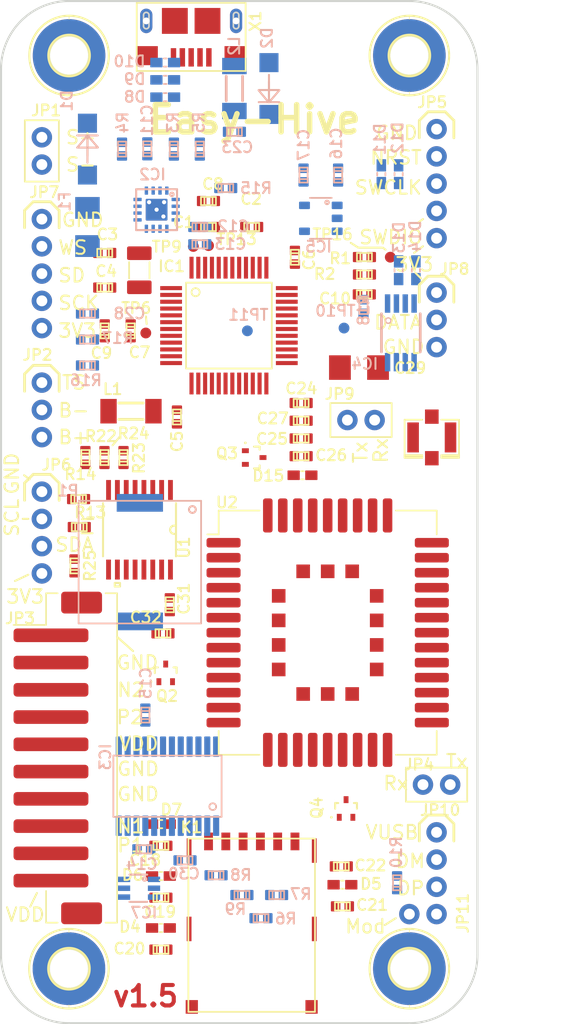
<source format=kicad_pcb>
(kicad_pcb (version 20171130) (host pcbnew 5.1.8+dfsg1-1~bpo10+1)
  (layers (0 Top signal) (31 Bottom signal) (34 B.Paste user hide) (35 F.Paste user hide) (36 B.SilkS user hide) (37 F.SilkS user hide) (38 B.Mask user hide) (39 F.Mask user hide) (44 Edge.Cuts user))
  (net 0 "")
  (net 1 GND)
  (net 2 +3V3)
  (net 3 VCC)
  (net 4 /PB03)
  (net 5 /PB02)
  (net 6 /SWDIO)
  (net 7 /SWCLK)
  (net 8 "Net-(C2-Pad1)")
  (net 9 /BUZZER)
  (net 10 /~RESET)
  (net 11 /DS_DATA)
  (net 12 "Net-(IC1-Pad38)")
  (net 13 "Net-(IC1-Pad37)")
  (net 14 /USBP)
  (net 15 /USBN)
  (net 16 /SAM_SCL)
  (net 17 /SAM_SDA)
  (net 18 /ADS_A0)
  (net 19 /GREEN)
  (net 20 /BLUE)
  (net 21 /RED)
  (net 22 /SCLK)
  (net 23 /DATA)
  (net 24 /TEMP_EN)
  (net 25 /I2S_WS)
  (net 26 /I2S_SD)
  (net 27 /I2S_SCK)
  (net 28 /PB08)
  (net 29 "Net-(C7-Pad1)")
  (net 30 "Net-(IC1-Pad4)")
  (net 31 /AIN0)
  (net 32 "Net-(C4-Pad1)")
  (net 33 "Net-(C3-Pad1)")
  (net 34 "Net-(R1-Pad1)")
  (net 35 "Net-(D1-PadA)")
  (net 36 "Net-(C11-Pad1)")
  (net 37 /VUSB)
  (net 38 /VBAT)
  (net 39 "Net-(C13-Pad1)")
  (net 40 "Net-(D10-PadP$2)")
  (net 41 "Net-(X1-Pad4)")
  (net 42 "Net-(IC2-Pad1)")
  (net 43 "Net-(IC2-Pad17)")
  (net 44 "Net-(IC2-Pad16)")
  (net 45 "Net-(IC2-Pad14)")
  (net 46 "Net-(IC2-Pad12)")
  (net 47 "Net-(IC2-Pad9)")
  (net 48 "Net-(IC2-Pad7)")
  (net 49 "Net-(IC3-Pad13)")
  (net 50 "Net-(IC3-Pad14)")
  (net 51 "Net-(IC3-Pad12)")
  (net 52 "Net-(IC3-Pad11)")
  (net 53 "Net-(C14-Pad2)")
  (net 54 "Net-(C14-Pad1)")
  (net 55 "Net-(IC3-Pad4)")
  (net 56 "Net-(C18-Pad1)")
  (net 57 "Net-(C19-Pad1)")
  (net 58 "Net-(C20-Pad1)")
  (net 59 "Net-(K1-PadC6)")
  (net 60 "Net-(C21-Pad1)")
  (net 61 /+1V8)
  (net 62 /3V3_LC)
  (net 63 /LC_ON)
  (net 64 "Net-(IC7-Pad5)")
  (net 65 /PDWN)
  (net 66 /I2S_MCK)
  (net 67 "Net-(R22-Pad2)")
  (net 68 "Net-(R23-Pad2)")
  (net 69 "Net-(R24-Pad2)")
  (net 70 /BC66_1V8_ENABLE)
  (net 71 "Net-(IC1-Pad24)")
  (net 72 /BC66_RI_3V3)
  (net 73 /BC66_TXD_3V3)
  (net 74 /BC66_RXD_3V3)
  (net 75 /BC66_RST)
  (net 76 /BC66_PWRON)
  (net 77 /BC66_PSM)
  (net 78 "Net-(J1-PadP$3)")
  (net 79 "Net-(JP4-Pad2)")
  (net 80 "Net-(JP4-Pad1)")
  (net 81 "Net-(JP9-Pad2)")
  (net 82 "Net-(JP9-Pad1)")
  (net 83 "Net-(JP10-Pad3)")
  (net 84 "Net-(JP10-Pad2)")
  (net 85 "Net-(JP10-Pad1)")
  (net 86 "Net-(Q2-Pad3)")
  (net 87 "Net-(Q3-Pad3)")
  (net 88 "Net-(Q4-Pad3)")
  (net 89 "Net-(R6-Pad2)")
  (net 90 "Net-(R7-Pad1)")
  (net 91 "Net-(R9-Pad1)")
  (net 92 "Net-(U1-Pad14)")
  (net 93 /BC66_RI_1V8)
  (net 94 /BC66_TXD_1V8)
  (net 95 /BC66_RXD_1V8)
  (net 96 "Net-(U1-Pad3)")
  (net 97 "Net-(U1-Pad1)")
  (net 98 "Net-(U2-Pad58)")
  (net 99 "Net-(U2-Pad57)")
  (net 100 "Net-(U2-Pad56)")
  (net 101 "Net-(U2-Pad55)")
  (net 102 "Net-(U2-Pad54)")
  (net 103 "Net-(U2-Pad53)")
  (net 104 "Net-(U2-Pad52)")
  (net 105 "Net-(U2-Pad48)")
  (net 106 "Net-(U2-Pad46)")
  (net 107 "Net-(U2-Pad45)")
  (net 108 "Net-(U2-Pad44)")
  (net 109 "Net-(U2-Pad33)")
  (net 110 "Net-(U2-Pad32)")
  (net 111 "Net-(U2-Pad31)")
  (net 112 "Net-(U2-Pad30)")
  (net 113 "Net-(U2-Pad26)")
  (net 114 "Net-(U2-Pad25)")
  (net 115 "Net-(U2-Pad23)")
  (net 116 "Net-(U2-Pad22)")
  (net 117 "Net-(U2-Pad21)")
  (net 118 "Net-(U2-Pad16)")
  (net 119 "Net-(U2-Pad9)")
  (net 120 "Net-(U2-Pad8)")
  (net 121 "Net-(U2-Pad6)")
  (net 122 "Net-(U2-Pad5)")
  (net 123 "Net-(U2-Pad4)")
  (net 124 "Net-(U2-Pad3)")
  (net 125 "Net-(U2-Pad2)")
  (net 126 "Net-(R10-Pad1)")
  (net 127 "Net-(JP11-Pad1)")
  (module easyhive:TQFP48 (layer Top) (at 143.4961 87.0686 270)
    (fp_text reference IC1 (at -0.5686 -1.1039) (layer F.SilkS) (effects (font (size 0.8 0.8)) (justify right top)))
    (fp_text value ATSAMD21G hide)
    (pad 48 smd rect (at 0 -1.5 180) (size 0.3 1.6) (layers Top F.Paste F.Mask) (net 4 /PB03))
    (pad 47 smd rect (at 0 -2 180) (size 0.3 1.6) (layers Top F.Paste F.Mask) (net 5 /PB02))
    (pad 46 smd rect (at 0 -2.5 180) (size 0.3 1.6) (layers Top F.Paste F.Mask) (net 6 /SWDIO))
    (pad 45 smd rect (at 0 -3 180) (size 0.3 1.6) (layers Top F.Paste F.Mask) (net 7 /SWCLK))
    (pad 44 smd rect (at 0 -3.5 180) (size 0.3 1.6) (layers Top F.Paste F.Mask) (net 2 +3V3))
    (pad 43 smd rect (at 0 -4 180) (size 0.3 1.6) (layers Top F.Paste F.Mask) (net 8 "Net-(C2-Pad1)"))
    (pad 42 smd rect (at 0 -4.5 180) (size 0.3 1.6) (layers Top F.Paste F.Mask) (net 1 GND))
    (pad 41 smd rect (at 0 -5 180) (size 0.3 1.6) (layers Top F.Paste F.Mask) (net 9 /BUZZER))
    (pad 40 smd rect (at 0 -5.5 180) (size 0.3 1.6) (layers Top F.Paste F.Mask) (net 10 /~RESET))
    (pad 39 smd rect (at 0 -6 180) (size 0.3 1.6) (layers Top F.Paste F.Mask) (net 11 /DS_DATA))
    (pad 38 smd rect (at 0 -6.5 180) (size 0.3 1.6) (layers Top F.Paste F.Mask) (net 12 "Net-(IC1-Pad38)"))
    (pad 37 smd rect (at 0 -7 180) (size 0.3 1.6) (layers Top F.Paste F.Mask) (net 13 "Net-(IC1-Pad37)"))
    (pad 36 smd rect (at 1.5 -8.5 90) (size 0.3 1.6) (layers Top F.Paste F.Mask) (net 2 +3V3))
    (pad 35 smd rect (at 2 -8.5 90) (size 0.3 1.6) (layers Top F.Paste F.Mask) (net 1 GND))
    (pad 34 smd rect (at 2.5 -8.5 90) (size 0.3 1.6) (layers Top F.Paste F.Mask) (net 14 /USBP))
    (pad 33 smd rect (at 3 -8.5 90) (size 0.3 1.6) (layers Top F.Paste F.Mask) (net 15 /USBN))
    (pad 32 smd rect (at 3.5 -8.5 90) (size 0.3 1.6) (layers Top F.Paste F.Mask) (net 16 /SAM_SCL))
    (pad 31 smd rect (at 4 -8.5 90) (size 0.3 1.6) (layers Top F.Paste F.Mask) (net 17 /SAM_SDA))
    (pad 29 smd rect (at 5 -8.5 90) (size 0.3 1.6) (layers Top F.Paste F.Mask) (net 63 /LC_ON))
    (pad 30 smd rect (at 4.5 -8.5 90) (size 0.3 1.6) (layers Top F.Paste F.Mask) (net 20 /BLUE))
    (pad 28 smd rect (at 5.5 -8.5 90) (size 0.3 1.6) (layers Top F.Paste F.Mask) (net 18 /ADS_A0))
    (pad 27 smd rect (at 6 -8.5 90) (size 0.3 1.6) (layers Top F.Paste F.Mask) (net 19 /GREEN))
    (pad 26 smd rect (at 6.5 -8.5 90) (size 0.3 1.6) (layers Top F.Paste F.Mask) (net 21 /RED))
    (pad 25 smd rect (at 7 -8.5 90) (size 0.3 1.6) (layers Top F.Paste F.Mask) (net 70 /BC66_1V8_ENABLE))
    (pad 24 smd rect (at 8.5 -7) (size 0.3 1.6) (layers Top F.Paste F.Mask) (net 71 "Net-(IC1-Pad24)"))
    (pad 23 smd rect (at 8.5 -6.5) (size 0.3 1.6) (layers Top F.Paste F.Mask) (net 72 /BC66_RI_3V3))
    (pad 22 smd rect (at 8.5 -6) (size 0.3 1.6) (layers Top F.Paste F.Mask) (net 73 /BC66_TXD_3V3))
    (pad 21 smd rect (at 8.5 -5.5) (size 0.3 1.6) (layers Top F.Paste F.Mask) (net 74 /BC66_RXD_3V3))
    (pad 20 smd rect (at 8.5 -5) (size 0.3 1.6) (layers Top F.Paste F.Mask) (net 75 /BC66_RST))
    (pad 19 smd rect (at 8.5 -4.5) (size 0.3 1.6) (layers Top F.Paste F.Mask) (net 76 /BC66_PWRON))
    (pad 18 smd rect (at 8.5 -4) (size 0.3 1.6) (layers Top F.Paste F.Mask) (net 1 GND))
    (pad 17 smd rect (at 8.5 -3.5) (size 0.3 1.6) (layers Top F.Paste F.Mask) (net 2 +3V3))
    (pad 16 smd rect (at 8.5 -3) (size 0.3 1.6) (layers Top F.Paste F.Mask) (net 25 /I2S_WS))
    (pad 15 smd rect (at 8.5 -2.5) (size 0.3 1.6) (layers Top F.Paste F.Mask) (net 27 /I2S_SCK))
    (pad 14 smd rect (at 8.5 -2) (size 0.3 1.6) (layers Top F.Paste F.Mask) (net 66 /I2S_MCK))
    (pad 13 smd rect (at 8.5 -1.5) (size 0.3 1.6) (layers Top F.Paste F.Mask) (net 26 /I2S_SD))
    (pad 12 smd rect (at 7 0 270) (size 0.3 1.6) (layers Top F.Paste F.Mask) (net 65 /PDWN))
    (pad 11 smd rect (at 6.5 0 270) (size 0.3 1.6) (layers Top F.Paste F.Mask) (net 22 /SCLK))
    (pad 10 smd rect (at 6 0 270) (size 0.3 1.6) (layers Top F.Paste F.Mask) (net 23 /DATA))
    (pad 9 smd rect (at 5.5 0 270) (size 0.3 1.6) (layers Top F.Paste F.Mask) (net 24 /TEMP_EN))
    (pad 8 smd rect (at 5 0 270) (size 0.3 1.6) (layers Top F.Paste F.Mask) (net 77 /BC66_PSM))
    (pad 7 smd rect (at 4.5 0 270) (size 0.3 1.6) (layers Top F.Paste F.Mask) (net 28 /PB08))
    (pad 6 smd rect (at 4 0 270) (size 0.3 1.6) (layers Top F.Paste F.Mask) (net 29 "Net-(C7-Pad1)"))
    (pad 5 smd rect (at 3.5 0 270) (size 0.3 1.6) (layers Top F.Paste F.Mask) (net 1 GND))
    (pad 4 smd rect (at 3 0 270) (size 0.3 1.6) (layers Top F.Paste F.Mask) (net 30 "Net-(IC1-Pad4)"))
    (pad 3 smd rect (at 2.5 0 270) (size 0.3 1.6) (layers Top F.Paste F.Mask) (net 31 /AIN0))
    (pad 2 smd rect (at 2 0 270) (size 0.3 1.6) (layers Top F.Paste F.Mask) (net 32 "Net-(C4-Pad1)"))
    (pad 1 smd rect (at 1.5 0 270) (size 0.3 1.6) (layers Top F.Paste F.Mask) (net 33 "Net-(C3-Pad1)"))
  )
  (module easyhive:VQFN16 (layer Bottom) (at 142.4311 82.8136 180)
    (fp_text reference IC2 (at -0.7689 2.1136) (layer B.SilkS) (effects (font (size 0.8 0.8)) (justify left bottom mirror)))
    (fp_text value BQ2407X)
    (pad 2 smd roundrect (at -1.4 0.25 180) (size 0.6 0.25) (layers Bottom B.Paste B.Mask) (roundrect_rratio 0.125) (net 38 /VBAT))
    (pad 1 smd roundrect (at -1.4 0.75 180) (size 0.6 0.25) (layers Bottom B.Paste B.Mask) (roundrect_rratio 0.125) (net 42 "Net-(IC2-Pad1)"))
    (pad 3 smd roundrect (at -1.4 -0.25 180) (size 0.6 0.25) (layers Bottom B.Paste B.Mask) (roundrect_rratio 0.125) (net 38 /VBAT))
    (pad 4 smd roundrect (at -1.4 -0.75 180) (size 0.6 0.25) (layers Bottom B.Paste B.Mask) (roundrect_rratio 0.125) (net 1 GND))
    (pad 5 smd roundrect (at -0.75 -1.4 90) (size 0.6 0.25) (layers Bottom B.Paste B.Mask) (roundrect_rratio 0.125) (net 39 "Net-(C13-Pad1)"))
    (pad 6 smd roundrect (at -0.25 -1.4 90) (size 0.6 0.25) (layers Bottom B.Paste B.Mask) (roundrect_rratio 0.125) (net 1 GND))
    (pad 7 smd roundrect (at 0.25 -1.4 90) (size 0.6 0.25) (layers Bottom B.Paste B.Mask) (roundrect_rratio 0.125) (net 48 "Net-(IC2-Pad7)"))
    (pad 8 smd roundrect (at 0.75 -1.4 90) (size 0.6 0.25) (layers Bottom B.Paste B.Mask) (roundrect_rratio 0.125) (net 1 GND))
    (pad 9 smd roundrect (at 1.4 -0.75) (size 0.6 0.25) (layers Bottom B.Paste B.Mask) (roundrect_rratio 0.125) (net 47 "Net-(IC2-Pad9)"))
    (pad 10 smd roundrect (at 1.4 -0.25) (size 0.6 0.25) (layers Bottom B.Paste B.Mask) (roundrect_rratio 0.125) (net 39 "Net-(C13-Pad1)"))
    (pad 11 smd roundrect (at 1.4 0.25) (size 0.6 0.25) (layers Bottom B.Paste B.Mask) (roundrect_rratio 0.125) (net 39 "Net-(C13-Pad1)"))
    (pad 12 smd roundrect (at 1.4 0.75) (size 0.6 0.25) (layers Bottom B.Paste B.Mask) (roundrect_rratio 0.125) (net 46 "Net-(IC2-Pad12)"))
    (pad 13 smd roundrect (at 0.75 1.4 270) (size 0.6 0.25) (layers Bottom B.Paste B.Mask) (roundrect_rratio 0.125) (net 36 "Net-(C11-Pad1)"))
    (pad 14 smd roundrect (at 0.25 1.4 270) (size 0.6 0.25) (layers Bottom B.Paste B.Mask) (roundrect_rratio 0.125) (net 45 "Net-(IC2-Pad14)"))
    (pad 15 smd roundrect (at -0.25 1.4 270) (size 0.6 0.25) (layers Bottom B.Paste B.Mask) (roundrect_rratio 0.125) (net 1 GND))
    (pad 16 smd roundrect (at -0.75 1.4 270) (size 0.6 0.25) (layers Bottom B.Paste B.Mask) (roundrect_rratio 0.125) (net 44 "Net-(IC2-Pad16)"))
    (pad 17 smd roundrect (at 0 0 180) (size 1.6 1.6) (layers Bottom B.Paste B.Mask) (roundrect_rratio 0.05) (net 43 "Net-(IC2-Pad17)"))
    (pad V1 thru_hole circle (at -0.55 0.55 180) (size 0.508 0.508) (drill 0.3048) (layers *.Cu *.Mask) (net 43 "Net-(IC2-Pad17)"))
    (pad V3 thru_hole circle (at -0.5 -0.5 180) (size 0.508 0.508) (drill 0.3048) (layers *.Cu *.Mask) (net 43 "Net-(IC2-Pad17)"))
    (pad V4 thru_hole circle (at 0 0 180) (size 0.508 0.508) (drill 0.3048) (layers *.Cu *.Mask) (net 43 "Net-(IC2-Pad17)"))
    (pad V2 thru_hole circle (at 0.55 0.55 180) (size 0.508 0.508) (drill 0.3048) (layers *.Cu *.Mask) (net 43 "Net-(IC2-Pad17)"))
    (pad 17 smd roundrect (at 0 0 180) (size 1.6 1.6) (layers Top F.Paste F.Mask) (roundrect_rratio 0.05) (net 43 "Net-(IC2-Pad17)"))
  )
  (module easyhive:SOT25 (layer Bottom) (at 154.4961 83.4486 270)
    (fp_text reference IC5 (at 2.5514 -0.9039) (layer B.SilkS) (effects (font (size 0.8 0.8)) (justify left bottom mirror)))
    (fp_text value XC6220B331 hide)
    (pad 4 smd roundrect (at 0.95 1.2 270) (size 0.55 0.8) (layers Bottom B.Paste B.Mask) (roundrect_rratio 0.125))
    (pad 2 smd roundrect (at 0 -1.2 270) (size 0.55 0.8) (layers Bottom B.Paste B.Mask) (roundrect_rratio 0.125) (net 1 GND))
    (pad 5 smd roundrect (at -0.95 1.2 270) (size 0.55 0.8) (layers Bottom B.Paste B.Mask) (roundrect_rratio 0.125) (net 2 +3V3))
    (pad 3 smd roundrect (at 0.95 -1.2 270) (size 0.55 0.8) (layers Bottom B.Paste B.Mask) (roundrect_rratio 0.125) (net 3 VCC))
    (pad 1 smd roundrect (at -0.95 -1.2 270) (size 0.55 0.8) (layers Bottom B.Paste B.Mask) (roundrect_rratio 0.125) (net 3 VCC))
  )
  (module easyhive:C0402 (layer Bottom) (at 157.63 89.92 180)
    (fp_text reference R18 (at -0.47 1.02 270) (layer B.SilkS) (effects (font (size 0.8 0.8)) (justify left bottom mirror)))
    (fp_text value 4k7 hide)
    (pad 2 smd roundrect (at 0 -0.5 180) (size 0.75 0.7) (layers Bottom B.Paste B.Mask) (roundrect_rratio 0.1) (net 2 +3V3))
    (pad 1 smd roundrect (at 0 0.5 180) (size 0.75 0.7) (layers Bottom B.Paste B.Mask) (roundrect_rratio 0.1) (net 11 /DS_DATA))
  )
  (module easyhive:UMAX8 (layer Bottom) (at 160.05 91.85)
    (fp_text reference IC4 (at -1.25 2.75 180) (layer B.SilkS) (effects (font (size 0.8 0.8)) (justify left bottom mirror)))
    (fp_text value DS18B20U hide)
    (pad 8 smd rect (at -0.65 2.15 180) (size 0.4 1.35) (layers Bottom B.Paste B.Mask) (net 2 +3V3))
    (pad 7 smd rect (at 0 2.15 180) (size 0.4 1.35) (layers Bottom B.Paste B.Mask))
    (pad 6 smd rect (at 0.65 2.15 180) (size 0.4 1.35) (layers Bottom B.Paste B.Mask))
    (pad 5 smd rect (at 1.3 2.15 180) (size 0.4 1.35) (layers Bottom B.Paste B.Mask))
    (pad 4 smd rect (at 1.3 -2.15) (size 0.4 1.35) (layers Bottom B.Paste B.Mask) (net 1 GND))
    (pad 3 smd rect (at 0.65 -2.15) (size 0.4 1.35) (layers Bottom B.Paste B.Mask))
    (pad 2 smd rect (at 0 -2.15) (size 0.4 1.35) (layers Bottom B.Paste B.Mask))
    (pad 1 smd rect (at -0.65 -2.15) (size 0.4 1.35) (layers Bottom B.Paste B.Mask) (net 11 /DS_DATA))
  )
  (module Connector_JST:JST_PH_B10B-PH-SM4-TB_1x10-1MP_P2.00mm_Vertical (layer Top) (at 135.1708 123.0434 270)
    (fp_text reference JP3 (at -10.2434 2.7708) (layer F.SilkS) (effects (font (size 0.8 0.8))))
    (fp_text value "JST PH")
    (pad MP smd roundrect (at 11.4 -1.75 270) (size 1.6 3) (layers Top F.Paste F.Mask) (roundrect_rratio 0.15625))
    (pad MP smd roundrect (at -11.4 -1.75 270) (size 1.6 3) (layers Top F.Paste F.Mask) (roundrect_rratio 0.15625))
    (pad 10 smd roundrect (at 9 0.5 270) (size 1 5.5) (layers Top F.Paste F.Mask) (net 62 /3V3_LC))
    (pad 9 smd roundrect (at 7 0.5 270) (size 1 5.5) (layers Top F.Paste F.Mask) (net 52 "Net-(IC3-Pad11)"))
    (pad 8 smd roundrect (at 5 0.5 270) (size 1 5.5) (layers Top F.Paste F.Mask) (net 51 "Net-(IC3-Pad12)"))
    (pad 7 smd roundrect (at 3 0.5 270) (size 1 5.5) (layers Top F.Paste F.Mask) (net 1 GND))
    (pad 6 smd roundrect (at 1 0.5 270) (size 1 5.5) (layers Top F.Paste F.Mask) (net 1 GND))
    (pad 5 smd roundrect (at -1 0.5 270) (size 1 5.5) (layers Top F.Paste F.Mask) (net 62 /3V3_LC))
    (pad 4 smd roundrect (at -3 0.5 270) (size 1 5.5) (layers Top F.Paste F.Mask) (net 50 "Net-(IC3-Pad14)"))
    (pad 3 smd roundrect (at -5 0.5 270) (size 1 5.5) (layers Top F.Paste F.Mask) (net 49 "Net-(IC3-Pad13)"))
    (pad 2 smd roundrect (at -7 0.5 270) (size 1 5.5) (layers Top F.Paste F.Mask) (net 1 GND))
    (pad 1 smd roundrect (at -9 0.5 270) (size 1 5.5) (layers Top F.Paste F.Mask) (net 1 GND))
  )
  (module easyhive:1X02_2MM_klein (layer Top) (at 161 134.5)
    (fp_text reference JP11 (at 4.4 1.5 90) (layer F.SilkS) (effects (font (size 0.8 0.8)) (justify left bottom)))
    (fp_text value USB_MODE)
    (pad 2 thru_hole circle (at 2 0 90) (size 1.5 1.5) (drill 0.8) (layers *.Cu *.Mask) (net 1 GND))
    (pad 1 thru_hole circle (at 0 0 90) (size 1.5 1.5) (drill 0.8) (layers *.Cu *.Mask) (net 127 "Net-(JP11-Pad1)"))
  )
  (module easyhive:1X03-2MM_klein (layer Top) (at 163 128.5 270)
    (fp_text reference JP10 (at -2.1 1.3) (layer F.SilkS) (effects (font (size 0.8 0.8)) (justify left top)))
    (fp_text value USB_BC66)
    (pad 3 thru_hole circle (at 4 0) (size 1.5 1.5) (drill 0.8) (layers *.Cu *.Mask) (net 83 "Net-(JP10-Pad3)"))
    (pad 2 thru_hole circle (at 2 0) (size 1.5 1.5) (drill 0.8) (layers *.Cu *.Mask) (net 84 "Net-(JP10-Pad2)"))
    (pad 1 thru_hole circle (at 0 0) (size 1.5 1.5) (drill 0.8) (layers *.Cu *.Mask) (net 85 "Net-(JP10-Pad1)"))
  )
  (module easyhive:C0402 (layer Bottom) (at 160.1 132.2 180)
    (fp_text reference R10 (at -0.4 3.5 90) (layer B.SilkS) (effects (font (size 0.8 0.8)) (justify left bottom mirror)))
    (fp_text value 10K)
    (pad 2 smd roundrect (at 0 -0.5 180) (size 0.75 0.7) (layers Bottom B.Paste B.Mask) (roundrect_rratio 0.1) (net 127 "Net-(JP11-Pad1)"))
    (pad 1 smd roundrect (at 0 0.5 180) (size 0.75 0.7) (layers Bottom B.Paste B.Mask) (roundrect_rratio 0.1) (net 126 "Net-(R10-Pad1)"))
  )
  (module easyhive:SOD123 (layer Bottom) (at 137.3511 78.3686 270)
    (fp_text reference D1 (at -2.6686 1.0511 90) (layer B.SilkS) (effects (font (size 0.8 0.8)) (justify right bottom mirror)))
    (fp_text value MBR0520LT)
    (pad A smd rect (at 1.9 0 270) (size 1.4 1.4) (layers Bottom B.Paste B.Mask) (net 35 "Net-(D1-PadA)"))
    (pad C smd rect (at -1.9 0 270) (size 1.4 1.4) (layers Bottom B.Paste B.Mask) (net 36 "Net-(C11-Pad1)"))
  )
  (module easyhive:SOD123 (layer Bottom) (at 150.6861 73.9236 90)
    (fp_text reference D2 (at 2.8236 0.3139 270) (layer B.SilkS) (effects (font (size 0.8 0.8)) (justify right bottom mirror)))
    (fp_text value MBR0520LT)
    (pad A smd rect (at 1.9 0 90) (size 1.4 1.4) (layers Bottom B.Paste B.Mask) (net 37 /VUSB))
    (pad C smd rect (at -1.9 0 90) (size 1.4 1.4) (layers Bottom B.Paste B.Mask) (net 36 "Net-(C11-Pad1)"))
  )
  (module easyhive:1X02_2MM_klein (layer Top) (at 156.45 98.25)
    (fp_text reference JP9 (at -1.75 -1.45) (layer F.SilkS) (effects (font (size 0.8 0.8)) (justify left bottom)))
    (fp_text value UART_DBG)
    (pad 2 thru_hole circle (at 2 0 90) (size 1.5 1.5) (drill 0.8) (layers *.Cu *.Mask) (net 81 "Net-(JP9-Pad2)"))
    (pad 1 thru_hole circle (at 0 0 90) (size 1.5 1.5) (drill 0.8) (layers *.Cu *.Mask) (net 82 "Net-(JP9-Pad1)"))
  )
  (module easyhive:PW16 (layer Top) (at 141.175 106.3 270)
    (fp_text reference U1 (at 1.304 -3.275001 270) (layer F.SilkS) (effects (font (size 0.8 0.8))))
    (fp_text value SN74AVC4T774PWG4 hide)
    (pad 16 smd rect (at 2.921 -2.274999 270) (size 1.461999 0.3548) (layers Top F.Paste F.Mask) (net 2 +3V3))
    (pad 15 smd rect (at 2.921 -1.624998 270) (size 1.461999 0.3548) (layers Top F.Paste F.Mask) (net 61 /+1V8))
    (pad 14 smd rect (at 2.921 -0.974999 270) (size 1.461999 0.3548) (layers Top F.Paste F.Mask) (net 92 "Net-(U1-Pad14)"))
    (pad 13 smd rect (at 2.921 -0.324998 270) (size 1.461999 0.3548) (layers Top F.Paste F.Mask) (net 93 /BC66_RI_1V8))
    (pad 12 smd rect (at 2.921 0.325001 270) (size 1.461999 0.3548) (layers Top F.Paste F.Mask) (net 94 /BC66_TXD_1V8))
    (pad 11 smd rect (at 2.921 0.974999 270) (size 1.461999 0.3548) (layers Top F.Paste F.Mask) (net 95 /BC66_RXD_1V8))
    (pad 10 smd rect (at 2.921 1.625001 270) (size 1.461999 0.3548) (layers Top F.Paste F.Mask) (net 1 GND))
    (pad 9 smd rect (at 2.921 2.274999 270) (size 1.461999 0.3548) (layers Top F.Paste F.Mask) (net 70 /BC66_1V8_ENABLE))
    (pad 8 smd rect (at -2.921 2.274999 270) (size 1.461999 0.3548) (layers Top F.Paste F.Mask) (net 69 "Net-(R24-Pad2)"))
    (pad 7 smd rect (at -2.921 1.624998 270) (size 1.461999 0.3548) (layers Top F.Paste F.Mask) (net 68 "Net-(R23-Pad2)"))
    (pad 6 smd rect (at -2.921 0.974999 270) (size 1.461999 0.3548) (layers Top F.Paste F.Mask) (net 74 /BC66_RXD_3V3))
    (pad 5 smd rect (at -2.921 0.324998 270) (size 1.461999 0.3548) (layers Top F.Paste F.Mask) (net 73 /BC66_TXD_3V3))
    (pad 4 smd rect (at -2.921 -0.325001 270) (size 1.461999 0.3548) (layers Top F.Paste F.Mask) (net 72 /BC66_RI_3V3))
    (pad 3 smd rect (at -2.921 -0.974999 270) (size 1.461999 0.3548) (layers Top F.Paste F.Mask) (net 96 "Net-(U1-Pad3)"))
    (pad 2 smd rect (at -2.921 -1.625001 270) (size 1.461999 0.3548) (layers Top F.Paste F.Mask) (net 67 "Net-(R22-Pad2)"))
    (pad 1 smd rect (at -2.921 -2.274999 270) (size 1.461999 0.3548) (layers Top F.Paste F.Mask) (net 97 "Net-(U1-Pad1)"))
  )
  (module easyhive:Quectel_BC66 (layer Top) (at 155 113.85)
    (fp_text reference U2 (at -7.4 -9.55) (layer F.SilkS) (effects (font (size 0.8 0.8))))
    (fp_text value BC66)
    (pad 58 smd rect (at -1.8 -4.5) (size 1 1) (layers Top F.Mask) (net 98 "Net-(U2-Pad58)"))
    (pad 57 smd rect (at 0 -4.5) (size 1 1) (layers Top F.Mask) (net 99 "Net-(U2-Pad57)"))
    (pad 56 smd rect (at 1.8 -4.5) (size 1 1) (layers Top F.Mask) (net 100 "Net-(U2-Pad56)"))
    (pad 55 smd rect (at 3.6 -2.7) (size 1 1) (layers Top F.Mask) (net 101 "Net-(U2-Pad55)"))
    (pad 54 smd rect (at 3.6 -0.9) (size 1 1) (layers Top F.Mask) (net 102 "Net-(U2-Pad54)"))
    (pad 53 smd rect (at 3.6 0.9) (size 1 1) (layers Top F.Mask) (net 103 "Net-(U2-Pad53)"))
    (pad 52 smd rect (at 3.6 2.7) (size 1 1) (layers Top F.Mask) (net 104 "Net-(U2-Pad52)"))
    (pad 51 smd rect (at 1.8 4.5) (size 1 1) (layers Top F.Mask) (net 84 "Net-(JP10-Pad2)"))
    (pad 50 smd rect (at 0 4.5) (size 1 1) (layers Top F.Mask) (net 83 "Net-(JP10-Pad3)"))
    (pad 49 smd rect (at -1.8 4.5) (size 1 1) (layers Top F.Mask) (net 85 "Net-(JP10-Pad1)"))
    (pad 48 smd rect (at -3.6 2.7) (size 1 1) (layers Top F.Mask) (net 105 "Net-(U2-Pad48)"))
    (pad 47 smd rect (at -3.6 0.9) (size 1 1) (layers Top F.Mask) (net 126 "Net-(R10-Pad1)"))
    (pad 46 smd rect (at -3.6 -0.9) (size 1 1) (layers Top F.Mask) (net 106 "Net-(U2-Pad46)"))
    (pad 45 smd rect (at -3.6 -2.7) (size 1 1) (layers Top F.Mask) (net 107 "Net-(U2-Pad45)"))
    (pad 44 smd roundrect (at -4.4 -8.6 270) (size 2.5 0.7) (layers Top F.Mask) (net 108 "Net-(U2-Pad44)"))
    (pad 43 smd roundrect (at -3.3 -8.6 270) (size 2.5 0.7) (layers Top F.Mask) (net 2 +3V3))
    (pad 42 smd roundrect (at -2.2 -8.6 270) (size 2.5 0.7) (layers Top F.Mask) (net 2 +3V3))
    (pad 41 smd roundrect (at -1.1 -8.6 270) (size 2.5 0.7) (layers Top F.Mask) (net 1 GND))
    (pad 40 smd roundrect (at 0 -8.6 270) (size 2.5 0.7) (layers Top F.Mask) (net 1 GND))
    (pad 39 smd roundrect (at 1.1 -8.6 270) (size 2.5 0.7) (layers Top F.Mask) (net 82 "Net-(JP9-Pad1)"))
    (pad 38 smd roundrect (at 2.2 -8.6 270) (size 2.5 0.7) (layers Top F.Mask) (net 81 "Net-(JP9-Pad2)"))
    (pad 37 smd roundrect (at 3.3 -8.6 270) (size 2.5 0.7) (layers Top F.Mask) (net 1 GND))
    (pad 36 smd roundrect (at 4.4 -8.6 270) (size 2.5 0.7) (layers Top F.Mask) (net 1 GND))
    (pad 35 smd roundrect (at 7.65 -6.6) (size 2.5 0.7) (layers Top F.Mask) (net 78 "Net-(J1-PadP$3)"))
    (pad 34 smd roundrect (at 7.65 -5.5) (size 2.5 0.7) (layers Top F.Mask) (net 1 GND))
    (pad 33 smd roundrect (at 7.65 -4.4) (size 2.5 0.7) (layers Top F.Mask) (net 109 "Net-(U2-Pad33)"))
    (pad 32 smd roundrect (at 7.65 -3.3) (size 2.5 0.7) (layers Top F.Mask) (net 110 "Net-(U2-Pad32)"))
    (pad 31 smd roundrect (at 7.65 -2.2) (size 2.5 0.7) (layers Top F.Mask) (net 111 "Net-(U2-Pad31)"))
    (pad 30 smd roundrect (at 7.65 -1.1) (size 2.5 0.7) (layers Top F.Mask) (net 112 "Net-(U2-Pad30)"))
    (pad 29 smd roundrect (at 7.65 0) (size 2.5 0.7) (layers Top F.Mask) (net 80 "Net-(JP4-Pad1)"))
    (pad 28 smd roundrect (at 7.65 1.1) (size 2.5 0.7) (layers Top F.Mask) (net 79 "Net-(JP4-Pad2)"))
    (pad 27 smd roundrect (at 7.65 2.2) (size 2.5 0.7) (layers Top F.Mask) (net 1 GND))
    (pad 26 smd roundrect (at 7.65 3.3) (size 2.5 0.7) (layers Top F.Mask) (net 113 "Net-(U2-Pad26)"))
    (pad 25 smd roundrect (at 7.65 4.4) (size 2.5 0.7) (layers Top F.Mask) (net 114 "Net-(U2-Pad25)"))
    (pad 24 smd roundrect (at 7.65 5.5) (size 2.5 0.7) (layers Top F.Mask) (net 61 /+1V8))
    (pad 23 smd roundrect (at 7.65 6.6) (size 2.5 0.7) (layers Top F.Mask) (net 115 "Net-(U2-Pad23)"))
    (pad 22 smd roundrect (at 4.4 8.6 90) (size 2.5 0.7) (layers Top F.Mask) (net 116 "Net-(U2-Pad22)"))
    (pad 21 smd roundrect (at 3.3 8.6 90) (size 2.5 0.7) (layers Top F.Mask) (net 117 "Net-(U2-Pad21)"))
    (pad 20 smd roundrect (at 2.2 8.6 90) (size 2.5 0.7) (layers Top F.Mask) (net 93 /BC66_RI_1V8))
    (pad 19 smd roundrect (at 1.1 8.6 90) (size 2.5 0.7) (layers Top F.Mask) (net 88 "Net-(Q4-Pad3)"))
    (pad 18 smd roundrect (at 0 8.6 90) (size 2.5 0.7) (layers Top F.Mask) (net 95 /BC66_RXD_1V8))
    (pad 17 smd roundrect (at -1.1 8.6 90) (size 2.5 0.7) (layers Top F.Mask) (net 94 /BC66_TXD_1V8))
    (pad 16 smd roundrect (at -2.2 8.6 90) (size 2.5 0.7) (layers Top F.Mask) (net 118 "Net-(U2-Pad16)"))
    (pad 15 smd roundrect (at -3.3 8.6 90) (size 2.5 0.7) (layers Top F.Mask) (net 87 "Net-(Q3-Pad3)"))
    (pad 14 smd roundrect (at -4.4 8.6 90) (size 2.5 0.7) (layers Top F.Mask) (net 60 "Net-(C21-Pad1)"))
    (pad 13 smd roundrect (at -7.65 6.6) (size 2.5 0.7) (layers Top F.Mask) (net 91 "Net-(R9-Pad1)"))
    (pad 12 smd roundrect (at -7.65 5.5) (size 2.5 0.7) (layers Top F.Mask) (net 90 "Net-(R7-Pad1)"))
    (pad 11 smd roundrect (at -7.65 4.4) (size 2.5 0.7) (layers Top F.Mask) (net 89 "Net-(R6-Pad2)"))
    (pad 10 smd roundrect (at -7.65 3.3) (size 2.5 0.7) (layers Top F.Mask) (net 1 GND))
    (pad 9 smd roundrect (at -7.65 2.2) (size 2.5 0.7) (layers Top F.Mask) (net 119 "Net-(U2-Pad9)"))
    (pad 8 smd roundrect (at -7.65 1.1) (size 2.5 0.7) (layers Top F.Mask) (net 120 "Net-(U2-Pad8)"))
    (pad 7 smd roundrect (at -7.65 0) (size 2.5 0.7) (layers Top F.Mask) (net 86 "Net-(Q2-Pad3)"))
    (pad 6 smd roundrect (at -7.65 -1.1) (size 2.5 0.7) (layers Top F.Mask) (net 121 "Net-(U2-Pad6)"))
    (pad 5 smd roundrect (at -7.65 -2.2) (size 2.5 0.7) (layers Top F.Mask) (net 122 "Net-(U2-Pad5)"))
    (pad 4 smd roundrect (at -7.65 -3.3) (size 2.5 0.7) (layers Top F.Mask) (net 123 "Net-(U2-Pad4)"))
    (pad 3 smd roundrect (at -7.65 -4.4) (size 2.5 0.7) (layers Top F.Mask) (net 124 "Net-(U2-Pad3)"))
    (pad 2 smd roundrect (at -7.65 -5.5) (size 2.5 0.7) (layers Top F.Mask) (net 125 "Net-(U2-Pad2)"))
    (pad 1 smd roundrect (at -7.65 -6.6) (size 2.5 0.7) (layers Top F.Mask) (net 1 GND))
  )
  (module easyhive:1X02_2MM_klein (layer Top) (at 164 125 180)
    (fp_text reference JP4 (at 1.1 1) (layer F.SilkS) (effects (font (size 0.8 0.8)) (justify right bottom)))
    (fp_text value UART_AUX)
    (pad 2 thru_hole circle (at 2 0 270) (size 1.5 1.5) (drill 0.8) (layers *.Cu *.Mask) (net 79 "Net-(JP4-Pad2)"))
    (pad 1 thru_hole circle (at 0 0 270) (size 1.5 1.5) (drill 0.8) (layers *.Cu *.Mask) (net 80 "Net-(JP4-Pad1)"))
  )
  (module easyhive:0402-TVS (layer Top) (at 153.15 102.3 180)
    (fp_text reference D15 (at 1.25 -0.5) (layer F.SilkS) (effects (font (size 0.8 0.8)) (justify right bottom)))
    (fp_text value PESD0402-140)
    (pad P$2 smd roundrect (at 0.65 0 180) (size 0.9 0.7) (layers Top F.Paste F.Mask) (roundrect_rratio 0.05) (net 2 +3V3))
    (pad P$1 smd roundrect (at -0.65 0 180) (size 0.9 0.7) (layers Top F.Paste F.Mask) (roundrect_rratio 0.05) (net 1 GND))
  )
  (module easyhive:C0402 (layer Top) (at 156 131 270)
    (fp_text reference C22 (at 0.4 -3.4 180) (layer F.SilkS) (effects (font (size 0.8 0.8)) (justify right bottom)))
    (fp_text value 100nF)
    (pad 2 smd roundrect (at 0 0.5 270) (size 0.75 0.7) (layers Top F.Paste F.Mask) (roundrect_rratio 0.1) (net 60 "Net-(C21-Pad1)"))
    (pad 1 smd roundrect (at 0 -0.5 270) (size 0.75 0.7) (layers Top F.Paste F.Mask) (roundrect_rratio 0.1) (net 1 GND))
  )
  (module easyhive:SC75_SOT416 (layer Top) (at 156.35 126.75 90)
    (fp_text reference Q4 (at -0.85 -2.15 90) (layer F.SilkS) (effects (font (size 0.8 0.8)) (justify left)))
    (fp_text value DTC123JET1G hide)
    (pad 1 smd rect (at -0.647499 -0.499999 180) (size 0.355999 0.508) (layers Top F.Paste F.Mask) (net 77 /BC66_PSM))
    (pad 2 smd rect (at -0.647499 0.500002 180) (size 0.355999 0.508) (layers Top F.Paste F.Mask) (net 1 GND))
    (pad 3 smd rect (at 0.647502 -0.000001 180) (size 0.355999 0.508) (layers Top F.Paste F.Mask) (net 88 "Net-(Q4-Pad3)"))
  )
  (module easyhive:C0402 (layer Bottom) (at 150.1 134.8 90)
    (fp_text reference R6 (at -0.5 2.7 180) (layer B.SilkS) (effects (font (size 0.8 0.8)) (justify left bottom mirror)))
    (fp_text value 10K)
    (pad 2 smd roundrect (at 0 -0.5 90) (size 0.75 0.7) (layers Bottom B.Paste B.Mask) (roundrect_rratio 0.1) (net 89 "Net-(R6-Pad2)"))
    (pad 1 smd roundrect (at 0 0.5 90) (size 0.75 0.7) (layers Bottom B.Paste B.Mask) (roundrect_rratio 0.1) (net 60 "Net-(C21-Pad1)"))
  )
  (module easyhive:C0402 (layer Bottom) (at 151.25 133.1 90)
    (fp_text reference R7 (at -0.4 2.65 180) (layer B.SilkS) (effects (font (size 0.8 0.8)) (justify left bottom mirror)))
    (fp_text value 22R)
    (pad 2 smd roundrect (at 0 -0.5 90) (size 0.75 0.7) (layers Bottom B.Paste B.Mask) (roundrect_rratio 0.1) (net 58 "Net-(C20-Pad1)"))
    (pad 1 smd roundrect (at 0 0.5 90) (size 0.75 0.7) (layers Bottom B.Paste B.Mask) (roundrect_rratio 0.1) (net 90 "Net-(R7-Pad1)"))
  )
  (module easyhive:C0402 (layer Bottom) (at 146.8 131.65 90)
    (fp_text reference R8 (at -0.45 2.7 180) (layer B.SilkS) (effects (font (size 0.8 0.8)) (justify left bottom mirror)))
    (fp_text value 22R)
    (pad 2 smd roundrect (at 0 -0.5 90) (size 0.75 0.7) (layers Bottom B.Paste B.Mask) (roundrect_rratio 0.1) (net 56 "Net-(C18-Pad1)"))
    (pad 1 smd roundrect (at 0 0.5 90) (size 0.75 0.7) (layers Bottom B.Paste B.Mask) (roundrect_rratio 0.1) (net 89 "Net-(R6-Pad2)"))
  )
  (module easyhive:C0402 (layer Bottom) (at 148.7 133.1 90)
    (fp_text reference R9 (at -1.5 0.4 180) (layer B.SilkS) (effects (font (size 0.8 0.8)) (justify left bottom mirror)))
    (fp_text value 22R)
    (pad 2 smd roundrect (at 0 -0.5 90) (size 0.75 0.7) (layers Bottom B.Paste B.Mask) (roundrect_rratio 0.1) (net 57 "Net-(C19-Pad1)"))
    (pad 1 smd roundrect (at 0 0.5 90) (size 0.75 0.7) (layers Bottom B.Paste B.Mask) (roundrect_rratio 0.1) (net 91 "Net-(R9-Pad1)"))
  )
  (module easyhive:sot-sc70-6 (layer Bottom) (at 141.040774 132.132208 180)
    (fp_text reference IC7 (at -0.459226 -2.267792) (layer B.SilkS) (effects (font (size 0.8 0.8)) (justify mirror)))
    (fp_text value TPS22919)
    (pad 4 smd rect (at 1.000774 0.179208 90) (size 0.4 0.9) (layers Bottom B.Paste B.Mask) (net 62 /3V3_LC))
    (pad 5 smd rect (at 1.000774 -0.470792 90) (size 0.4 0.9) (layers Bottom B.Paste B.Mask) (net 64 "Net-(IC7-Pad5)"))
    (pad 6 smd rect (at 1.000774 -1.120792 90) (size 0.4 0.9) (layers Bottom B.Paste B.Mask))
    (pad 1 smd rect (at -1.199226 0.179208 90) (size 0.4 0.9) (layers Bottom B.Paste B.Mask) (net 2 +3V3))
    (pad 2 smd rect (at -1.199226 -0.470792 90) (size 0.4 0.9) (layers Bottom B.Paste B.Mask) (net 1 GND))
    (pad 3 smd rect (at -1.199226 -1.120792 90) (size 0.4 0.9) (layers Bottom B.Paste B.Mask) (net 63 /LC_ON))
  )
  (module easyhive:PKMCS_BUZZER (layer Bottom) (at 141.2 108.675 270)
    (fp_text reference P1 (at -4.775 4.4) (layer B.SilkS) (effects (font (size 0.8 0.8)) (justify left bottom mirror)))
    (fp_text value PKMCS)
    (pad 2 smd rect (at 4.35 0 270) (size 1.3 3.4) (layers Bottom B.Paste B.Mask) (net 1 GND))
    (pad 1 smd rect (at -4.35 0 270) (size 1.3 3.4) (layers Bottom B.Paste B.Mask) (net 9 /BUZZER))
  )
  (module easyhive:USBMICRO (layer Top) (at 144.9711 71.6376 180)
    (fp_text reference X1 (at -4.2539 1.7876 270) (layer F.SilkS) (effects (font (size 0.8 0.8)) (justify left top)))
    (fp_text value USB_MICRO_SHIELD)
    (fp_line (start 3.1 2.3) (end 3.1 3.1) (layer Edge.Cuts) (width 0.127))
    (fp_line (start 3.5 2.3) (end 3.5 3.1) (layer Edge.Cuts) (width 0.127))
    (fp_line (start -3.5 3.1) (end -3.5 2.3) (layer Edge.Cuts) (width 0.127))
    (fp_line (start -3.1 2.3) (end -3.1 3.1) (layer Edge.Cuts) (width 0.127))
    (fp_arc (start 3.3 3.1) (end 3.5 3.1) (angle 180) (layer Edge.Cuts) (width 0.127))
    (fp_arc (start 3.3 2.3) (end 3.1 2.3) (angle 180) (layer Edge.Cuts) (width 0.127))
    (fp_arc (start -3.3 3.1) (end -3.1 3.1) (angle 180) (layer Edge.Cuts) (width 0.127))
    (fp_arc (start -3.3 2.3) (end -3.5 2.3) (angle 180) (layer Edge.Cuts) (width 0.127))
    (pad S6 thru_hole oval (at 3.3 2.675 270) (size 1.8 0.9) (drill 0.5) (layers *.Cu *.Mask) (net 1 GND))
    (pad S5 thru_hole oval (at -3.3 2.675 270) (size 1.8 0.9) (drill 0.5) (layers *.Cu *.Mask) (net 1 GND))
    (pad S4 smd rect (at 1.2 2.675 180) (size 1.9 1.9) (layers Top F.Paste F.Mask) (net 1 GND))
    (pad S3 smd rect (at -1.2 2.675 180) (size 1.9 1.9) (layers Top F.Paste F.Mask) (net 1 GND))
    (pad S2 smd rect (at 3.25 0.125 180) (size 1.6 1.4) (layers Top F.Paste F.Mask) (net 1 GND))
    (pad S1 smd rect (at -3.25 0.125 180) (size 1.6 1.4) (layers Top F.Paste F.Mask) (net 1 GND))
    (pad 1 smd rect (at -1.3 0 180) (size 0.4 1.35) (layers Top F.Paste F.Mask) (net 40 "Net-(D10-PadP$2)"))
    (pad 2 smd rect (at -0.65 0 180) (size 0.4 1.35) (layers Top F.Paste F.Mask) (net 15 /USBN))
    (pad 5 smd rect (at 1.3 0 180) (size 0.4 1.35) (layers Top F.Paste F.Mask) (net 1 GND))
    (pad 4 smd rect (at 0.65 0 180) (size 0.4 1.35) (layers Top F.Paste F.Mask) (net 41 "Net-(X1-Pad4)"))
    (pad 3 smd rect (at 0 0 180) (size 0.4 1.35) (layers Top F.Paste F.Mask) (net 14 /USBP))
  )
  (module easyhive:SC75_SOT416 (layer Top) (at 149.6 101)
    (fp_text reference Q3 (at -2.9 -0.3) (layer F.SilkS) (effects (font (size 0.8 0.8)) (justify left)))
    (fp_text value DTC123JET1G hide)
    (pad 3 smd rect (at 0.647502 -0.000001 90) (size 0.355999 0.508) (layers Top F.Paste F.Mask) (net 87 "Net-(Q3-Pad3)"))
    (pad 2 smd rect (at -0.647499 0.500002 90) (size 0.355999 0.508) (layers Top F.Paste F.Mask) (net 1 GND))
    (pad 1 smd rect (at -0.647499 -0.499999 90) (size 0.355999 0.508) (layers Top F.Paste F.Mask) (net 75 /BC66_RST))
  )
  (module easyhive:SC75_SOT416 (layer Top) (at 143.1 116.8 90)
    (fp_text reference Q2 (at -1.7 -0.8 180) (layer F.SilkS) (effects (font (size 0.8 0.8)) (justify left)))
    (fp_text value DTC123JET1G hide)
    (pad 3 smd rect (at 0.647502 -0.000001 180) (size 0.355999 0.508) (layers Top F.Paste F.Mask) (net 86 "Net-(Q2-Pad3)"))
    (pad 2 smd rect (at -0.647499 0.500002 180) (size 0.355999 0.508) (layers Top F.Paste F.Mask) (net 1 GND))
    (pad 1 smd rect (at -0.647499 -0.499999 180) (size 0.355999 0.508) (layers Top F.Paste F.Mask) (net 76 /BC66_PWRON))
  )
  (module easyhive:1X03-2MM_re_klein (layer Top) (at 163 92.9 90)
    (fp_text reference JP8 (at 6.2 2.5) (layer F.SilkS) (effects (font (size 0.8 0.8)) (justify right top)))
    (fp_text value "ext. DS18B20")
    (pad 3 thru_hole circle (at 4 0 180) (size 1.5 1.5) (drill 0.8) (layers *.Cu *.Mask) (net 2 +3V3))
    (pad 2 thru_hole circle (at 2 0 180) (size 1.5 1.5) (drill 0.8) (layers *.Cu *.Mask) (net 11 /DS_DATA))
    (pad 1 thru_hole circle (at 0 0 180) (size 1.5 1.5) (drill 0.8) (layers *.Cu *.Mask) (net 1 GND))
  )
  (module easyhive:1X04-2MM_klein (layer Top) (at 134.0011 103.5036 270)
    (fp_text reference JP6 (at -1.5036 0.1011 180) (layer F.SilkS) (effects (font (size 0.8 0.8)) (justify left bottom)))
    (fp_text value I2C)
    (pad 4 thru_hole circle (at 6 0) (size 1.5 1.5) (drill 0.8) (layers *.Cu *.Mask) (net 2 +3V3))
    (pad 3 thru_hole circle (at 4 0) (size 1.5 1.5) (drill 0.8) (layers *.Cu *.Mask) (net 17 /SAM_SDA))
    (pad 2 thru_hole circle (at 2 0) (size 1.5 1.5) (drill 0.8) (layers *.Cu *.Mask) (net 16 /SAM_SCL))
    (pad 1 thru_hole circle (at 0 0) (size 1.5 1.5) (drill 0.8) (layers *.Cu *.Mask) (net 1 GND))
  )
  (module easyhive:1X03-2MM_klein (layer Top) (at 134.0011 95.5036 270)
    (fp_text reference JP2 (at -2.5036 1.5011) (layer F.SilkS) (effects (font (size 0.8 0.8)) (justify left top)))
    (fp_text value Battery)
    (pad 3 thru_hole circle (at 4 0) (size 1.5 1.5) (drill 0.8) (layers *.Cu *.Mask) (net 38 /VBAT))
    (pad 2 thru_hole circle (at 2 0) (size 1.5 1.5) (drill 0.8) (layers *.Cu *.Mask) (net 1 GND))
    (pad 1 thru_hole circle (at 0 0) (size 1.5 1.5) (drill 0.8) (layers *.Cu *.Mask) (net 42 "Net-(IC2-Pad1)"))
  )
  (module easyhive:1X05-2MM_klein (layer Top) (at 134.0011 83.5036 270)
    (fp_text reference JP7 (at -1.5036 1.0011) (layer F.SilkS) (effects (font (size 0.8 0.8)) (justify left bottom)))
    (fp_text value I2S)
    (pad 5 thru_hole circle (at 8 0) (size 1.5 1.5) (drill 0.8) (layers *.Cu *.Mask) (net 2 +3V3))
    (pad 4 thru_hole circle (at 6 0) (size 1.5 1.5) (drill 0.8) (layers *.Cu *.Mask) (net 27 /I2S_SCK))
    (pad 3 thru_hole circle (at 4 0) (size 1.5 1.5) (drill 0.8) (layers *.Cu *.Mask) (net 26 /I2S_SD))
    (pad 2 thru_hole circle (at 2 0) (size 1.5 1.5) (drill 0.8) (layers *.Cu *.Mask) (net 25 /I2S_WS))
    (pad 1 thru_hole circle (at 0 0) (size 1.5 1.5) (drill 0.8) (layers *.Cu *.Mask) (net 1 GND))
  )
  (module easyhive:1X05-2MM_klein (layer Top) (at 163.0011 76.9036 270)
    (fp_text reference JP5 (at -1.5036 1.5011) (layer F.SilkS) (effects (font (size 0.8 0.8)) (justify left bottom)))
    (fp_text value SWD)
    (pad 5 thru_hole circle (at 8 0) (size 1.5 1.5) (drill 0.8) (layers *.Cu *.Mask) (net 2 +3V3))
    (pad 4 thru_hole circle (at 6 0) (size 1.5 1.5) (drill 0.8) (layers *.Cu *.Mask) (net 6 /SWDIO))
    (pad 3 thru_hole circle (at 4 0) (size 1.5 1.5) (drill 0.8) (layers *.Cu *.Mask) (net 7 /SWCLK))
    (pad 2 thru_hole circle (at 2 0) (size 1.5 1.5) (drill 0.8) (layers *.Cu *.Mask) (net 10 /~RESET))
    (pad 1 thru_hole circle (at 0 0) (size 1.5 1.5) (drill 0.8) (layers *.Cu *.Mask) (net 1 GND))
  )
  (module easyhive:1X02_2MM_klein (layer Top) (at 134.0011 79.5036 90)
    (fp_text reference JP1 (at 3.5036 1.4989 180) (layer F.SilkS) (effects (font (size 0.8 0.8)) (justify right bottom)))
    (fp_text value Solar)
    (pad 2 thru_hole circle (at 2 0 180) (size 1.5 1.5) (drill 0.8) (layers *.Cu *.Mask) (net 35 "Net-(D1-PadA)"))
    (pad 1 thru_hole circle (at 0 0 180) (size 1.5 1.5) (drill 0.8) (layers *.Cu *.Mask) (net 1 GND))
  )
  (module easyhive:1206 (layer Top) (at 157.3 94.4)
    (fp_text reference C29 (at 2.5 0.5 180) (layer F.SilkS) (effects (font (size 0.8 0.8)) (justify left bottom)))
    (fp_text value 100u)
    (pad 2 smd rect (at 1.4 0) (size 1.6 1.8) (layers Top F.Paste F.Mask) (net 1 GND))
    (pad 1 smd rect (at -1.4 0) (size 1.6 1.8) (layers Top F.Paste F.Mask) (net 2 +3V3))
  )
  (module easyhive:TP08R (layer Top) (at 159.6 86.3)
    (fp_text reference TP16 (at -5.8 -1.2 -180) (layer F.SilkS) (effects (font (size 0.8 0.8)) (justify left bottom)))
    (fp_text value TPTP08R)
    (pad TP smd roundrect (at 0 0) (size 0.8 0.8) (layers Top F.Mask) (roundrect_rratio 0.5) (net 34 "Net-(R1-Pad1)"))
  )
  (module easyhive:TP08R (layer Top) (at 146.25 85.45)
    (fp_text reference TP13 (at 0.5 0 -180) (layer F.SilkS) (effects (font (size 0.8 0.8)) (justify left bottom)))
    (fp_text value TPTP08R)
    (pad TP smd roundrect (at 0 0) (size 0.8 0.8) (layers Top F.Mask) (roundrect_rratio 0.5) (net 5 /PB02))
  )
  (module easyhive:TP08R (layer Bottom) (at 149.0986 91.7036 180)
    (fp_text reference TP11 (at 1.4986 0.7036 180) (layer B.SilkS) (effects (font (size 0.8 0.8)) (justify right bottom mirror)))
    (fp_text value TPTP08R)
    (pad TP smd roundrect (at 0 0 180) (size 0.8 0.8) (layers Bottom B.Mask) (roundrect_rratio 0.5) (net 11 /DS_DATA))
  )
  (module easyhive:TP08R (layer Bottom) (at 156.2 91.5 180)
    (fp_text reference TP10 (at 2.2 0.8 180) (layer B.SilkS) (effects (font (size 0.8 0.8)) (justify right bottom mirror)))
    (fp_text value TPTP08R)
    (pad TP smd roundrect (at 0 0 180) (size 0.8 0.8) (layers Bottom B.Mask) (roundrect_rratio 0.5) (net 2 +3V3))
  )
  (module easyhive:TP08R (layer Top) (at 145.12985 85.51235)
    (fp_text reference TP9 (at -3.12985 0.48765 -180) (layer F.SilkS) (effects (font (size 0.8 0.8)) (justify left bottom)))
    (fp_text value TPTP08R)
    (pad TP smd roundrect (at 0 0) (size 0.8 0.8) (layers Top F.Mask) (roundrect_rratio 0.5) (net 4 /PB03))
  )
  (module easyhive:TP08R (layer Top) (at 141.63735 91.86235)
    (fp_text reference TP6 (at -1.88735 -1.36235 180) (layer F.SilkS) (effects (font (size 0.8 0.8)) (justify left bottom)))
    (fp_text value TPTP08R)
    (pad TP smd roundrect (at 0 0) (size 0.8 0.8) (layers Top F.Mask) (roundrect_rratio 0.5) (net 28 /PB08))
  )
  (module easyhive:C0402 (layer Top) (at 136.4 108.95)
    (fp_text reference R25 (at 1.6 1.25 90) (layer F.SilkS) (effects (font (size 0.8 0.8)) (justify left bottom)))
    (fp_text value 1M)
    (pad 2 smd roundrect (at 0 0.5) (size 0.75 0.7) (layers Top F.Paste F.Mask) (roundrect_rratio 0.1) (net 2 +3V3))
    (pad 1 smd roundrect (at 0 -0.5) (size 0.75 0.7) (layers Top F.Paste F.Mask) (roundrect_rratio 0.1) (net 70 /BC66_1V8_ENABLE))
  )
  (module easyhive:C0402 (layer Top) (at 138.6 101)
    (fp_text reference R24 (at 3.4 -1.3) (layer F.SilkS) (effects (font (size 0.8 0.8)) (justify right bottom)))
    (fp_text value 0R)
    (pad 2 smd roundrect (at 0 0.5) (size 0.75 0.7) (layers Top F.Paste F.Mask) (roundrect_rratio 0.1) (net 69 "Net-(R24-Pad2)"))
    (pad 1 smd roundrect (at 0 -0.5) (size 0.75 0.7) (layers Top F.Paste F.Mask) (roundrect_rratio 0.1) (net 2 +3V3))
  )
  (module easyhive:C0402 (layer Top) (at 140 101)
    (fp_text reference R23 (at 1.6 1.3 90) (layer F.SilkS) (effects (font (size 0.8 0.8)) (justify left bottom)))
    (fp_text value 0R)
    (pad 2 smd roundrect (at 0 0.5) (size 0.75 0.7) (layers Top F.Paste F.Mask) (roundrect_rratio 0.1) (net 68 "Net-(R23-Pad2)"))
    (pad 1 smd roundrect (at 0 -0.5) (size 0.75 0.7) (layers Top F.Paste F.Mask) (roundrect_rratio 0.1) (net 1 GND))
  )
  (module easyhive:C0402 (layer Top) (at 137.2 101)
    (fp_text reference R22 (at 2.4 -1.1) (layer F.SilkS) (effects (font (size 0.8 0.8)) (justify right bottom)))
    (fp_text value 0R)
    (pad 2 smd roundrect (at 0 0.5) (size 0.75 0.7) (layers Top F.Paste F.Mask) (roundrect_rratio 0.1) (net 67 "Net-(R22-Pad2)"))
    (pad 1 smd roundrect (at 0 -0.5) (size 0.75 0.7) (layers Top F.Paste F.Mask) (roundrect_rratio 0.1) (net 1 GND))
  )
  (module easyhive:C0402 (layer Bottom) (at 137.3511 92.3386 270)
    (fp_text reference R17 (at 0.3614 -0.9489) (layer B.SilkS) (effects (font (size 0.8 0.8)) (justify right bottom mirror)))
    (fp_text value 10M)
    (pad 2 smd roundrect (at 0 -0.5 270) (size 0.75 0.7) (layers Bottom B.Paste B.Mask) (roundrect_rratio 0.1) (net 31 /AIN0))
    (pad 1 smd roundrect (at 0 0.5 270) (size 0.75 0.7) (layers Bottom B.Paste B.Mask) (roundrect_rratio 0.1) (net 1 GND))
  )
  (module easyhive:C0402 (layer Bottom) (at 137.3511 94.2436 90)
    (fp_text reference R16 (at -1.5564 1.1489) (layer B.SilkS) (effects (font (size 0.8 0.8)) (justify left bottom mirror)))
    (fp_text value 4M7)
    (pad 2 smd roundrect (at 0 -0.5 90) (size 0.75 0.7) (layers Bottom B.Paste B.Mask) (roundrect_rratio 0.1) (net 38 /VBAT))
    (pad 1 smd roundrect (at 0 0.5 90) (size 0.75 0.7) (layers Bottom B.Paste B.Mask) (roundrect_rratio 0.1) (net 31 /AIN0))
  )
  (module easyhive:C0402 (layer Bottom) (at 147.5111 81.2261 90)
    (fp_text reference R15 (at -0.4739 3.4889) (layer B.SilkS) (effects (font (size 0.8 0.8)) (justify left bottom mirror)))
    (fp_text value "NTC 103AT")
    (pad 2 smd roundrect (at 0 -0.5 90) (size 0.75 0.7) (layers Bottom B.Paste B.Mask) (roundrect_rratio 0.1) (net 42 "Net-(IC2-Pad1)"))
    (pad 1 smd roundrect (at 0 0.5 90) (size 0.75 0.7) (layers Bottom B.Paste B.Mask) (roundrect_rratio 0.1) (net 1 GND))
  )
  (module easyhive:C0402 (layer Top) (at 136.7 104.05 90)
    (fp_text reference R14 (at 1.359 1.396) (layer F.SilkS) (effects (font (size 0.8 0.8)) (justify right bottom)))
    (fp_text value 2k)
    (pad 2 smd roundrect (at 0 0.5 90) (size 0.75 0.7) (layers Top F.Paste F.Mask) (roundrect_rratio 0.1) (net 2 +3V3))
    (pad 1 smd roundrect (at 0 -0.5 90) (size 0.75 0.7) (layers Top F.Paste F.Mask) (roundrect_rratio 0.1) (net 16 /SAM_SCL))
  )
  (module easyhive:C0402 (layer Top) (at 136.75 106.1 90)
    (fp_text reference R13 (at 0.6 -0.45 180) (layer F.SilkS) (effects (font (size 0.8 0.8)) (justify left bottom)))
    (fp_text value 2k)
    (pad 2 smd roundrect (at 0 0.5 90) (size 0.75 0.7) (layers Top F.Paste F.Mask) (roundrect_rratio 0.1) (net 2 +3V3))
    (pad 1 smd roundrect (at 0 -0.5 90) (size 0.75 0.7) (layers Top F.Paste F.Mask) (roundrect_rratio 0.1) (net 17 /SAM_SDA))
  )
  (module easyhive:C0402 (layer Bottom) (at 145.6061 78.3686 180)
    (fp_text reference R5 (at -0.3939 1.0686 90) (layer B.SilkS) (effects (font (size 0.8 0.8)) (justify right bottom mirror)))
    (fp_text value 680R)
    (pad 2 smd roundrect (at 0 -0.5 180) (size 0.75 0.7) (layers Bottom B.Paste B.Mask) (roundrect_rratio 0.1) (net 44 "Net-(IC2-Pad16)"))
    (pad 1 smd roundrect (at 0 0.5 180) (size 0.75 0.7) (layers Bottom B.Paste B.Mask) (roundrect_rratio 0.1) (net 1 GND))
  )
  (module easyhive:C0402 (layer Bottom) (at 139.8911 78.3686 180)
    (fp_text reference R4 (at -0.5089 1.0686 90) (layer B.SilkS) (effects (font (size 0.8 0.8)) (justify right bottom mirror)))
    (fp_text value 1k18)
    (pad 2 smd roundrect (at 0 -0.5 180) (size 0.75 0.7) (layers Bottom B.Paste B.Mask) (roundrect_rratio 0.1) (net 46 "Net-(IC2-Pad12)"))
    (pad 1 smd roundrect (at 0 0.5 180) (size 0.75 0.7) (layers Bottom B.Paste B.Mask) (roundrect_rratio 0.1) (net 1 GND))
  )
  (module easyhive:C0402 (layer Bottom) (at 143.7011 78.3686 180)
    (fp_text reference R3 (at -0.3989 1.0686 90) (layer B.SilkS) (effects (font (size 0.8 0.8)) (justify right bottom mirror)))
    (fp_text value 0R)
    (pad 2 smd roundrect (at 0 -0.5 180) (size 0.75 0.7) (layers Bottom B.Paste B.Mask) (roundrect_rratio 0.1) (net 45 "Net-(IC2-Pad14)"))
    (pad 1 smd roundrect (at 0 0.5 180) (size 0.75 0.7) (layers Bottom B.Paste B.Mask) (roundrect_rratio 0.1) (net 1 GND))
  )
  (module easyhive:C0402 (layer Top) (at 157.7 87.57 90)
    (fp_text reference R2 (at -0.43 -3.8 180) (layer F.SilkS) (effects (font (size 0.8 0.8)) (justify left bottom)))
    (fp_text value 2k2)
    (pad 2 smd roundrect (at 0 0.5 90) (size 0.75 0.7) (layers Top F.Paste F.Mask) (roundrect_rratio 0.1) (net 2 +3V3))
    (pad 1 smd roundrect (at 0 -0.5 90) (size 0.75 0.7) (layers Top F.Paste F.Mask) (roundrect_rratio 0.1) (net 10 /~RESET))
  )
  (module easyhive:C0402 (layer Top) (at 157.7 86.29 270)
    (fp_text reference R1 (at 0.5619 0.9023 180) (layer F.SilkS) (effects (font (size 0.8 0.8)) (justify right bottom)))
    (fp_text value 330)
    (pad 2 smd roundrect (at 0 0.5 270) (size 0.75 0.7) (layers Top F.Paste F.Mask) (roundrect_rratio 0.1) (net 10 /~RESET))
    (pad 1 smd roundrect (at 0 -0.5 270) (size 0.75 0.7) (layers Top F.Paste F.Mask) (roundrect_rratio 0.1) (net 34 "Net-(R1-Pad1)"))
  )
  (module easyhive:FC135 (layer Top) (at 141.1611 87.2586 270)
    (fp_text reference Q1 hide)
    (fp_text value "32768 Hz" hide)
    (pad 2 smd roundrect (at 1.25 0 270) (size 1 1.8) (layers Top F.Paste F.Mask) (roundrect_rratio 0.125) (net 32 "Net-(C4-Pad1)"))
    (pad 1 smd roundrect (at -1.25 0 270) (size 1 1.8) (layers Top F.Paste F.Mask) (roundrect_rratio 0.125) (net 33 "Net-(C3-Pad1)"))
  )
  (module easyhive:SM-1206 (layer Bottom) (at 148.1461 73.9236 270)
    (fp_text reference L2 (at -3.9236 -0.4539 270) (layer B.SilkS) (effects (font (size 0.8 0.8)) (justify left bottom mirror)))
    (fp_text value SM-1206)
    (pad 2 smd rect (at 1.65 0 270) (size 1.2 1.8) (layers Bottom B.Paste B.Mask) (net 37 /VUSB))
    (pad 1 smd rect (at -1.65 0 270) (size 1.2 1.8) (layers Bottom B.Paste B.Mask) (net 40 "Net-(D10-PadP$2)"))
  )
  (module easyhive:SM-1206 (layer Top) (at 140.55 97.6)
    (fp_text reference L1 (at -2.15 -1.15 -180) (layer F.SilkS) (effects (font (size 0.8 0.8)) (justify left bottom)))
    (fp_text value SM-1206)
    (pad 2 smd rect (at 1.65 0) (size 1.2 1.8) (layers Top F.Paste F.Mask) (net 2 +3V3))
    (pad 1 smd rect (at -1.65 0) (size 1.2 1.8) (layers Top F.Paste F.Mask) (net 29 "Net-(C7-Pad1)"))
  )
  (module easyhive:693043020611 (layer Top) (at 149.4161 129.1686)
    (fp_text reference K1 (at -5.3161 -0.5686) (layer F.SilkS) (effects (font (size 0.8 0.8)) (justify left bottom)))
    (fp_text value 693043020611)
    (pad Z2 smd rect (at 4.595 6.42) (size 0.35 1.8) (layers Top F.Paste F.Mask) (net 1 GND))
    (pad Z5 smd rect (at -4.596 6.42) (size 0.35 1.8) (layers Top F.Paste F.Mask) (net 1 GND))
    (pad Z3 smd rect (at 4.595 0.67) (size 0.35 1.8) (layers Top F.Paste F.Mask) (net 1 GND))
    (pad Z4 smd rect (at -4.596 0.67) (size 0.35 1.8) (layers Top F.Paste F.Mask) (net 1 GND))
    (pad C7 smd rect (at -3.17 0) (size 0.65 1.3) (layers Top F.Paste F.Mask) (net 56 "Net-(C18-Pad1)"))
    (pad C3 smd rect (at -1.9 0) (size 0.65 1.3) (layers Top F.Paste F.Mask) (net 57 "Net-(C19-Pad1)"))
    (pad C2 smd rect (at -0.63 0) (size 0.65 1.3) (layers Top F.Paste F.Mask) (net 58 "Net-(C20-Pad1)"))
    (pad C6 smd rect (at 0.64 0) (size 0.65 1.3) (layers Top F.Paste F.Mask) (net 59 "Net-(K1-PadC6)"))
    (pad C1 smd rect (at 1.91 0) (size 0.65 1.3) (layers Top F.Paste F.Mask) (net 60 "Net-(C21-Pad1)"))
    (pad C5 smd rect (at 3.18 0) (size 0.65 1.3) (layers Top F.Paste F.Mask) (net 1 GND))
    (pad Z1 smd rect (at 4.4 12.14 90) (size 1 0.9) (layers Top F.Paste F.Mask) (net 1 GND))
    (pad Z6 smd rect (at -4.4 12.14 90) (size 1 0.9) (layers Top F.Paste F.Mask) (net 1 GND))
  )
  (module easyhive:U.FL (layer Top) (at 162.65 99.525 270)
    (fp_text reference J1 hide)
    (fp_text value U.FL hide)
    (pad P$4 smd rect (at -1.525 0 270) (size 1.05 1) (layers Top F.Paste F.Mask))
    (pad P$3 smd rect (at 1.525 0 270) (size 1.05 1) (layers Top F.Paste F.Mask) (net 78 "Net-(J1-PadP$3)"))
    (pad P$2 smd rect (at 0 1.375 270) (size 2.2 0.85) (layers Top F.Paste F.Mask) (net 1 GND))
    (pad P$1 smd rect (at 0 -1.375 270) (size 2.2 0.85) (layers Top F.Paste F.Mask) (net 1 GND))
  )
  (module easyhive:TSSOP24 (layer Bottom) (at 143.555 125.116 180)
    (fp_text reference IC3 (at 5.355 3.216 270) (layer B.SilkS) (effects (font (size 0.8 0.8)) (justify left top mirror)))
    (fp_text value ADS1232)
    (pad 13 smd roundrect (at 3.9 2.9 180) (size 0.45 1.5) (layers Bottom B.Paste B.Mask) (roundrect_rratio 0.125) (net 49 "Net-(IC3-Pad13)"))
    (pad 14 smd roundrect (at 3.25 2.9 180) (size 0.45 1.5) (layers Bottom B.Paste B.Mask) (roundrect_rratio 0.125) (net 50 "Net-(IC3-Pad14)"))
    (pad 15 smd roundrect (at 2.6 2.9 180) (size 0.45 1.5) (layers Bottom B.Paste B.Mask) (roundrect_rratio 0.125) (net 1 GND))
    (pad 16 smd roundrect (at 1.95 2.9 180) (size 0.45 1.5) (layers Bottom B.Paste B.Mask) (roundrect_rratio 0.125) (net 62 /3V3_LC))
    (pad 17 smd roundrect (at 1.3 2.9 180) (size 0.45 1.5) (layers Bottom B.Paste B.Mask) (roundrect_rratio 0.125) (net 1 GND))
    (pad 18 smd roundrect (at 0.65 2.9 180) (size 0.45 1.5) (layers Bottom B.Paste B.Mask) (roundrect_rratio 0.125) (net 62 /3V3_LC))
    (pad 19 smd roundrect (at 0 2.9 180) (size 0.45 1.5) (layers Bottom B.Paste B.Mask) (roundrect_rratio 0.125) (net 2 +3V3))
    (pad 20 smd roundrect (at -0.65 2.9 180) (size 0.45 1.5) (layers Bottom B.Paste B.Mask) (roundrect_rratio 0.125) (net 2 +3V3))
    (pad 21 smd roundrect (at -1.3 2.9 180) (size 0.45 1.5) (layers Bottom B.Paste B.Mask) (roundrect_rratio 0.125) (net 1 GND))
    (pad 22 smd roundrect (at -1.95 2.9 180) (size 0.45 1.5) (layers Bottom B.Paste B.Mask) (roundrect_rratio 0.125) (net 65 /PDWN))
    (pad 23 smd roundrect (at -2.6 2.9 180) (size 0.45 1.5) (layers Bottom B.Paste B.Mask) (roundrect_rratio 0.125) (net 22 /SCLK))
    (pad 24 smd roundrect (at -3.25 2.9 180) (size 0.45 1.5) (layers Bottom B.Paste B.Mask) (roundrect_rratio 0.125) (net 23 /DATA))
    (pad 12 smd roundrect (at 3.9 -2.9 180) (size 0.45 1.5) (layers Bottom B.Paste B.Mask) (roundrect_rratio 0.125) (net 51 "Net-(IC3-Pad12)"))
    (pad 11 smd roundrect (at 3.25 -2.9 180) (size 0.45 1.5) (layers Bottom B.Paste B.Mask) (roundrect_rratio 0.125) (net 52 "Net-(IC3-Pad11)"))
    (pad 10 smd roundrect (at 2.6 -2.9 180) (size 0.45 1.5) (layers Bottom B.Paste B.Mask) (roundrect_rratio 0.125) (net 53 "Net-(C14-Pad2)"))
    (pad 9 smd roundrect (at 1.95 -2.9 180) (size 0.45 1.5) (layers Bottom B.Paste B.Mask) (roundrect_rratio 0.125) (net 54 "Net-(C14-Pad1)"))
    (pad 8 smd roundrect (at 1.3 -2.9 180) (size 0.45 1.5) (layers Bottom B.Paste B.Mask) (roundrect_rratio 0.125) (net 18 /ADS_A0))
    (pad 7 smd roundrect (at 0.65 -2.9 180) (size 0.45 1.5) (layers Bottom B.Paste B.Mask) (roundrect_rratio 0.125) (net 24 /TEMP_EN))
    (pad 6 smd roundrect (at 0 -2.9 180) (size 0.45 1.5) (layers Bottom B.Paste B.Mask) (roundrect_rratio 0.125) (net 1 GND))
    (pad 5 smd roundrect (at -0.65 -2.9 180) (size 0.45 1.5) (layers Bottom B.Paste B.Mask) (roundrect_rratio 0.125) (net 1 GND))
    (pad 4 smd roundrect (at -1.3 -2.9 180) (size 0.45 1.5) (layers Bottom B.Paste B.Mask) (roundrect_rratio 0.125) (net 55 "Net-(IC3-Pad4)"))
    (pad 3 smd roundrect (at -1.95 -2.9 180) (size 0.45 1.5) (layers Bottom B.Paste B.Mask) (roundrect_rratio 0.125) (net 1 GND))
    (pad 2 smd roundrect (at -2.6 -2.9 180) (size 0.45 1.5) (layers Bottom B.Paste B.Mask) (roundrect_rratio 0.125) (net 1 GND))
    (pad 1 smd roundrect (at -3.25 -2.9 180) (size 0.45 1.5) (layers Bottom B.Paste B.Mask) (roundrect_rratio 0.125) (net 2 +3V3))
  )
  (module easyhive:2,8-PAD (layer Top) (at 161.0011 138.5036)
    (fp_text reference H4 hide)
    (fp_text value MOUNT-PAD-ROUND2.8 hide)
    (pad B2,8 thru_hole circle (at 0 0) (size 5.334 5.334) (drill 2.8) (layers *.Cu *.Mask) (net 1 GND))
  )
  (module easyhive:2,8-PAD (layer Top) (at 161.0011 71.5036)
    (fp_text reference H3 hide)
    (fp_text value MOUNT-PAD-ROUND2.8 hide)
    (pad B2,8 thru_hole circle (at 0 0) (size 5.334 5.334) (drill 2.8) (layers *.Cu *.Mask) (net 1 GND))
  )
  (module easyhive:2,8-PAD (layer Top) (at 136.0011 71.5036)
    (fp_text reference H2 hide)
    (fp_text value MOUNT-PAD-ROUND2.8 hide)
    (pad B2,8 thru_hole circle (at 0 0) (size 5.334 5.334) (drill 2.8) (layers *.Cu *.Mask) (net 1 GND))
  )
  (module easyhive:2,8-PAD (layer Top) (at 135.9916 138.5062)
    (fp_text reference H1 hide)
    (fp_text value MOUNT-PAD-ROUND2.8 hide)
    (pad B2,8 thru_hole circle (at 0 0) (size 5.334 5.334) (drill 2.8) (layers *.Cu *.Mask) (net 1 GND))
  )
  (module easyhive:1206 (layer Bottom) (at 137.3511 84.0836 270)
    (fp_text reference F1 (at -1.0336 1.2011 270) (layer B.SilkS) (effects (font (size 0.8 0.8)) (justify right bottom mirror)))
    (fp_text value 6V/0.5A)
    (pad 2 smd rect (at 1.4 0 270) (size 1.6 1.8) (layers Bottom B.Paste B.Mask) (net 3 VCC))
    (pad 1 smd rect (at -1.4 0 270) (size 1.6 1.8) (layers Bottom B.Paste B.Mask) (net 39 "Net-(C13-Pad1)"))
  )
  (module easyhive:0402-TVS (layer Bottom) (at 161.4811 87.2586 90)
    (fp_text reference D14 (at 3.7586 0.4189 90) (layer B.SilkS) (effects (font (size 0.8 0.8)) (justify left bottom mirror)))
    (fp_text value PESD0402-140 hide)
    (pad P$2 smd roundrect (at 0.65 0 90) (size 0.9 0.7) (layers Bottom B.Paste B.Mask) (roundrect_rratio 0.05) (net 2 +3V3))
    (pad P$1 smd roundrect (at -0.65 0 90) (size 0.9 0.7) (layers Bottom B.Paste B.Mask) (roundrect_rratio 0.05) (net 1 GND))
  )
  (module easyhive:0402-TVS (layer Bottom) (at 160.2111 87.2586 90)
    (fp_text reference D13 (at 3.6586 0.4889 90) (layer B.SilkS) (effects (font (size 0.8 0.8)) (justify left bottom mirror)))
    (fp_text value PESD0402-140 hide)
    (pad P$2 smd roundrect (at 0.65 0 90) (size 0.9 0.7) (layers Bottom B.Paste B.Mask) (roundrect_rratio 0.05) (net 6 /SWDIO))
    (pad P$1 smd roundrect (at -0.65 0 90) (size 0.9 0.7) (layers Bottom B.Paste B.Mask) (roundrect_rratio 0.05) (net 1 GND))
  )
  (module easyhive:0402-TVS (layer Bottom) (at 160.2111 80.2086 270)
    (fp_text reference D12 (at -1.4086 -0.3889 90) (layer B.SilkS) (effects (font (size 0.8 0.8)) (justify right bottom mirror)))
    (fp_text value PESD0402-140)
    (pad P$2 smd roundrect (at 0.65 0 270) (size 0.9 0.7) (layers Bottom B.Paste B.Mask) (roundrect_rratio 0.05) (net 7 /SWCLK))
    (pad P$1 smd roundrect (at -0.65 0 270) (size 0.9 0.7) (layers Bottom B.Paste B.Mask) (roundrect_rratio 0.05) (net 1 GND))
  )
  (module easyhive:0402-TVS (layer Bottom) (at 158.9411 80.2086 270)
    (fp_text reference D11 (at -1.3086 -0.3589 90) (layer B.SilkS) (effects (font (size 0.8 0.8)) (justify right bottom mirror)))
    (fp_text value PESD0402-140)
    (pad P$2 smd roundrect (at 0.65 0 270) (size 0.9 0.7) (layers Bottom B.Paste B.Mask) (roundrect_rratio 0.05) (net 10 /~RESET))
    (pad P$1 smd roundrect (at -0.65 0 270) (size 0.9 0.7) (layers Bottom B.Paste B.Mask) (roundrect_rratio 0.05) (net 1 GND))
  )
  (module easyhive:0402-TVS (layer Bottom) (at 143.0661 72.0186)
    (fp_text reference D10 (at -1.3661 0.3814) (layer B.SilkS) (effects (font (size 0.8 0.8)) (justify left bottom mirror)))
    (fp_text value PESD0402-140)
    (pad P$2 smd roundrect (at 0.65 0) (size 0.9 0.7) (layers Bottom B.Paste B.Mask) (roundrect_rratio 0.05) (net 40 "Net-(D10-PadP$2)"))
    (pad P$1 smd roundrect (at -0.65 0) (size 0.9 0.7) (layers Bottom B.Paste B.Mask) (roundrect_rratio 0.05) (net 1 GND))
  )
  (module easyhive:0402-TVS (layer Bottom) (at 143.0661 73.2886)
    (fp_text reference D9 (at -1.3661 0.4114) (layer B.SilkS) (effects (font (size 0.8 0.8)) (justify left bottom mirror)))
    (fp_text value PESD0402-140)
    (pad P$2 smd roundrect (at 0.65 0) (size 0.9 0.7) (layers Bottom B.Paste B.Mask) (roundrect_rratio 0.05) (net 15 /USBN))
    (pad P$1 smd roundrect (at -0.65 0) (size 0.9 0.7) (layers Bottom B.Paste B.Mask) (roundrect_rratio 0.05) (net 1 GND))
  )
  (module easyhive:0402-TVS (layer Bottom) (at 143.0661 74.5586)
    (fp_text reference D8 (at -1.3661 0.4414) (layer B.SilkS) (effects (font (size 0.8 0.8)) (justify left bottom mirror)))
    (fp_text value PESD0402-140)
    (pad P$2 smd roundrect (at 0.65 0) (size 0.9 0.7) (layers Bottom B.Paste B.Mask) (roundrect_rratio 0.05) (net 14 /USBP))
    (pad P$1 smd roundrect (at -0.65 0) (size 0.9 0.7) (layers Bottom B.Paste B.Mask) (roundrect_rratio 0.05) (net 1 GND))
  )
  (module easyhive:0402-TVS (layer Top) (at 142.7486 127.8986 180)
    (fp_text reference D7 (at -1.6514 0.5986) (layer F.SilkS) (effects (font (size 0.8 0.8)) (justify right bottom)))
    (fp_text value PESD0402-140)
    (pad P$2 smd roundrect (at 0.65 0 180) (size 0.9 0.7) (layers Top F.Paste F.Mask) (roundrect_rratio 0.05) (net 1 GND))
    (pad P$1 smd roundrect (at -0.65 0 180) (size 0.9 0.7) (layers Top F.Paste F.Mask) (roundrect_rratio 0.05) (net 56 "Net-(C18-Pad1)"))
  )
  (module easyhive:0402-TVS (layer Top) (at 142.7486 131.7086 180)
    (fp_text reference D6 (at 1.1986 -0.3914) (layer F.SilkS) (effects (font (size 0.8 0.8)) (justify right bottom)))
    (fp_text value PESD0402-140)
    (pad P$2 smd roundrect (at 0.65 0 180) (size 0.9 0.7) (layers Top F.Paste F.Mask) (roundrect_rratio 0.05) (net 1 GND))
    (pad P$1 smd roundrect (at -0.65 0 180) (size 0.9 0.7) (layers Top F.Paste F.Mask) (roundrect_rratio 0.05) (net 57 "Net-(C19-Pad1)"))
  )
  (module easyhive:0402-TVS (layer Top) (at 156.0836 132.3436)
    (fp_text reference D5 (at 1.2164 0.4064) (layer F.SilkS) (effects (font (size 0.8 0.8)) (justify left bottom)))
    (fp_text value PESD0402-140)
    (pad P$2 smd roundrect (at 0.65 0) (size 0.9 0.7) (layers Top F.Paste F.Mask) (roundrect_rratio 0.05) (net 1 GND))
    (pad P$1 smd roundrect (at -0.65 0) (size 0.9 0.7) (layers Top F.Paste F.Mask) (roundrect_rratio 0.05) (net 60 "Net-(C21-Pad1)"))
  )
  (module easyhive:0402-TVS (layer Top) (at 142.7486 135.5186 180)
    (fp_text reference D4 (at 1.3986 -0.3814) (layer F.SilkS) (effects (font (size 0.8 0.8)) (justify right bottom)))
    (fp_text value PESD0402-140)
    (pad P$2 smd roundrect (at 0.65 0 180) (size 0.9 0.7) (layers Top F.Paste F.Mask) (roundrect_rratio 0.05) (net 1 GND))
    (pad P$1 smd roundrect (at -0.65 0 180) (size 0.9 0.7) (layers Top F.Paste F.Mask) (roundrect_rratio 0.05) (net 58 "Net-(C20-Pad1)"))
  )
  (module easyhive:C0402 (layer Top) (at 142.9 113.9 270)
    (fp_text reference C32 (at -0.7 0 180) (layer F.SilkS) (effects (font (size 0.8 0.8)) (justify right bottom)))
    (fp_text value 1u)
    (pad 2 smd roundrect (at 0 0.5 270) (size 0.75 0.7) (layers Top F.Paste F.Mask) (roundrect_rratio 0.1) (net 61 /+1V8))
    (pad 1 smd roundrect (at 0 -0.5 270) (size 0.75 0.7) (layers Top F.Paste F.Mask) (roundrect_rratio 0.1) (net 1 GND))
  )
  (module easyhive:C0402 (layer Top) (at 143.4 111.8 180)
    (fp_text reference C31 (at -1.5 1.7 90) (layer F.SilkS) (effects (font (size 0.8 0.8)) (justify right bottom)))
    (fp_text value 1u)
    (pad 2 smd roundrect (at 0 0.5 180) (size 0.75 0.7) (layers Top F.Paste F.Mask) (roundrect_rratio 0.1) (net 2 +3V3))
    (pad 1 smd roundrect (at 0 -0.5 180) (size 0.75 0.7) (layers Top F.Paste F.Mask) (roundrect_rratio 0.1) (net 1 GND))
  )
  (module easyhive:C0402 (layer Bottom) (at 144.518 130.556 90)
    (fp_text reference C30 (at -1.444 1.182) (layer B.SilkS) (effects (font (size 0.8 0.8)) (justify left bottom mirror)))
    (fp_text value 1u)
    (pad 2 smd roundrect (at 0 -0.5 90) (size 0.75 0.7) (layers Bottom B.Paste B.Mask) (roundrect_rratio 0.1) (net 1 GND))
    (pad 1 smd roundrect (at 0 0.5 90) (size 0.75 0.7) (layers Bottom B.Paste B.Mask) (roundrect_rratio 0.1) (net 2 +3V3))
  )
  (module easyhive:C0402 (layer Bottom) (at 137.3511 90.4336 90)
    (fp_text reference C28 (at -0.4664 4.3489) (layer B.SilkS) (effects (font (size 0.8 0.8)) (justify left bottom mirror)))
    (fp_text value 100n)
    (pad 2 smd roundrect (at 0 -0.5 90) (size 0.75 0.7) (layers Bottom B.Paste B.Mask) (roundrect_rratio 0.1) (net 1 GND))
    (pad 1 smd roundrect (at 0 0.5 90) (size 0.75 0.7) (layers Bottom B.Paste B.Mask) (roundrect_rratio 0.1) (net 31 /AIN0))
  )
  (module easyhive:C0402 (layer Top) (at 153.05 98.3 90)
    (fp_text reference C27 (at -0.3 -3.35) (layer F.SilkS) (effects (font (size 0.8 0.8)) (justify left bottom)))
    (fp_text value 10n)
    (pad 2 smd roundrect (at 0 0.5 90) (size 0.75 0.7) (layers Top F.Paste F.Mask) (roundrect_rratio 0.1) (net 1 GND))
    (pad 1 smd roundrect (at 0 -0.5 90) (size 0.75 0.7) (layers Top F.Paste F.Mask) (roundrect_rratio 0.1) (net 2 +3V3))
  )
  (module easyhive:C0402 (layer Top) (at 153.05 100.9 90)
    (fp_text reference C26 (at -0.4 0.95) (layer F.SilkS) (effects (font (size 0.8 0.8)) (justify left bottom)))
    (fp_text value 15p)
    (pad 2 smd roundrect (at 0 0.5 90) (size 0.75 0.7) (layers Top F.Paste F.Mask) (roundrect_rratio 0.1) (net 1 GND))
    (pad 1 smd roundrect (at 0 -0.5 90) (size 0.75 0.7) (layers Top F.Paste F.Mask) (roundrect_rratio 0.1) (net 2 +3V3))
  )
  (module easyhive:C0402 (layer Top) (at 153.05 99.6 90)
    (fp_text reference C25 (at -0.5 -3.4 180) (layer F.SilkS) (effects (font (size 0.8 0.8)) (justify left bottom)))
    (fp_text value 56p)
    (pad 2 smd roundrect (at 0 0.5 90) (size 0.75 0.7) (layers Top F.Paste F.Mask) (roundrect_rratio 0.1) (net 1 GND))
    (pad 1 smd roundrect (at 0 -0.5 90) (size 0.75 0.7) (layers Top F.Paste F.Mask) (roundrect_rratio 0.1) (net 2 +3V3))
  )
  (module easyhive:C0402 (layer Top) (at 153.05 97 90)
    (fp_text reference C24 (at 0.6 -1.25 180) (layer F.SilkS) (effects (font (size 0.8 0.8)) (justify left bottom)))
    (fp_text value 100n)
    (pad 2 smd roundrect (at 0 0.5 90) (size 0.75 0.7) (layers Top F.Paste F.Mask) (roundrect_rratio 0.1) (net 1 GND))
    (pad 1 smd roundrect (at 0 -0.5 90) (size 0.75 0.7) (layers Top F.Paste F.Mask) (roundrect_rratio 0.1) (net 2 +3V3))
  )
  (module easyhive:C0402 (layer Bottom) (at 148.1461 77.0986 270)
    (fp_text reference C23 (at 1.6014 1.0461) (layer B.SilkS) (effects (font (size 0.8 0.8)) (justify right bottom mirror)))
    (fp_text value 4u7)
    (pad 2 smd roundrect (at 0 -0.5 270) (size 0.75 0.7) (layers Bottom B.Paste B.Mask) (roundrect_rratio 0.1) (net 1 GND))
    (pad 1 smd roundrect (at 0 0.5 270) (size 0.75 0.7) (layers Bottom B.Paste B.Mask) (roundrect_rratio 0.1) (net 37 /VUSB))
  )
  (module easyhive:C0402 (layer Top) (at 156.0836 133.9311 90)
    (fp_text reference C21 (at -0.3689 0.9164 180) (layer F.SilkS) (effects (font (size 0.8 0.8)) (justify left bottom)))
    (fp_text value 47p)
    (pad 2 smd roundrect (at 0 0.5 90) (size 0.75 0.7) (layers Top F.Paste F.Mask) (roundrect_rratio 0.1) (net 1 GND))
    (pad 1 smd roundrect (at 0 -0.5 90) (size 0.75 0.7) (layers Top F.Paste F.Mask) (roundrect_rratio 0.1) (net 60 "Net-(C21-Pad1)"))
  )
  (module easyhive:C0402 (layer Top) (at 142.7486 137.1061 270)
    (fp_text reference C20 (at 0.3939 1.0486 180) (layer F.SilkS) (effects (font (size 0.8 0.8)) (justify right bottom)))
    (fp_text value 47p)
    (pad 2 smd roundrect (at 0 0.5 270) (size 0.75 0.7) (layers Top F.Paste F.Mask) (roundrect_rratio 0.1) (net 1 GND))
    (pad 1 smd roundrect (at 0 -0.5 270) (size 0.75 0.7) (layers Top F.Paste F.Mask) (roundrect_rratio 0.1) (net 58 "Net-(C20-Pad1)"))
  )
  (module easyhive:C0402 (layer Top) (at 142.7486 133.2961 270)
    (fp_text reference C19 (at 1.5039 -1.2014 180) (layer F.SilkS) (effects (font (size 0.8 0.8)) (justify right bottom)))
    (fp_text value 47p)
    (pad 2 smd roundrect (at 0 0.5 270) (size 0.75 0.7) (layers Top F.Paste F.Mask) (roundrect_rratio 0.1) (net 1 GND))
    (pad 1 smd roundrect (at 0 -0.5 270) (size 0.75 0.7) (layers Top F.Paste F.Mask) (roundrect_rratio 0.1) (net 57 "Net-(C19-Pad1)"))
  )
  (module easyhive:C0402 (layer Top) (at 142.7486 129.4861 270)
    (fp_text reference C18 (at 1.5139 -0.1014 180) (layer F.SilkS) (effects (font (size 0.8 0.8)) (justify right bottom)))
    (fp_text value 47p)
    (pad 2 smd roundrect (at 0 0.5 270) (size 0.75 0.7) (layers Top F.Paste F.Mask) (roundrect_rratio 0.1) (net 1 GND))
    (pad 1 smd roundrect (at 0 -0.5 270) (size 0.75 0.7) (layers Top F.Paste F.Mask) (roundrect_rratio 0.1) (net 56 "Net-(C18-Pad1)"))
  )
  (module easyhive:C0402 (layer Bottom) (at 153.2261 80.2736)
    (fp_text reference C17 (at 0.4739 -3.4736 90) (layer B.SilkS) (effects (font (size 0.8 0.8)) (justify left bottom mirror)))
    (fp_text value 10u)
    (pad 2 smd roundrect (at 0 -0.5) (size 0.75 0.7) (layers Bottom B.Paste B.Mask) (roundrect_rratio 0.1) (net 1 GND))
    (pad 1 smd roundrect (at 0 0.5) (size 0.75 0.7) (layers Bottom B.Paste B.Mask) (roundrect_rratio 0.1) (net 2 +3V3))
  )
  (module easyhive:C0402 (layer Bottom) (at 155.7661 80.2736)
    (fp_text reference C16 (at 0.3339 -3.5736 90) (layer B.SilkS) (effects (font (size 0.8 0.8)) (justify left bottom mirror)))
    (fp_text value 10u)
    (pad 2 smd roundrect (at 0 -0.5) (size 0.75 0.7) (layers Bottom B.Paste B.Mask) (roundrect_rratio 0.1) (net 1 GND))
    (pad 1 smd roundrect (at 0 0.5) (size 0.75 0.7) (layers Bottom B.Paste B.Mask) (roundrect_rratio 0.1) (net 3 VCC))
  )
  (module easyhive:C0402 (layer Bottom) (at 141.605 119.896)
    (fp_text reference C15 (at 0.495 -3.596 90) (layer B.SilkS) (effects (font (size 0.8 0.8)) (justify left bottom mirror)))
    (fp_text value 100n)
    (pad 2 smd roundrect (at 0 -0.5) (size 0.75 0.7) (layers Bottom B.Paste B.Mask) (roundrect_rratio 0.1) (net 1 GND))
    (pad 1 smd roundrect (at 0 0.5) (size 0.75 0.7) (layers Bottom B.Paste B.Mask) (roundrect_rratio 0.1) (net 62 /3V3_LC))
  )
  (module easyhive:C0402 (layer Bottom) (at 141.4954 129.7432 90)
    (fp_text reference C14 (at -1.5568 1.1046) (layer B.SilkS) (effects (font (size 0.8 0.8)) (justify left bottom mirror)))
    (fp_text value 100n)
    (pad 2 smd roundrect (at 0 -0.5 90) (size 0.75 0.7) (layers Bottom B.Paste B.Mask) (roundrect_rratio 0.1) (net 53 "Net-(C14-Pad2)"))
    (pad 1 smd roundrect (at 0 0.5 90) (size 0.75 0.7) (layers Bottom B.Paste B.Mask) (roundrect_rratio 0.1) (net 54 "Net-(C14-Pad1)"))
  )
  (module easyhive:C0402 (layer Bottom) (at 145.6061 85.3536 270)
    (fp_text reference C13 (at 0.4464 -0.9939) (layer B.SilkS) (effects (font (size 0.8 0.8)) (justify right bottom mirror)))
    (fp_text value 4u7)
    (pad 2 smd roundrect (at 0 -0.5 270) (size 0.75 0.7) (layers Bottom B.Paste B.Mask) (roundrect_rratio 0.1) (net 1 GND))
    (pad 1 smd roundrect (at 0 0.5 270) (size 0.75 0.7) (layers Bottom B.Paste B.Mask) (roundrect_rratio 0.1) (net 39 "Net-(C13-Pad1)"))
  )
  (module easyhive:C0402 (layer Bottom) (at 145.6061 84.0836 270)
    (fp_text reference C12 (at 0.4164 -1.1939) (layer B.SilkS) (effects (font (size 0.8 0.8)) (justify right bottom mirror)))
    (fp_text value 4u7)
    (pad 2 smd roundrect (at 0 -0.5 270) (size 0.75 0.7) (layers Bottom B.Paste B.Mask) (roundrect_rratio 0.1) (net 1 GND))
    (pad 1 smd roundrect (at 0 0.5 270) (size 0.75 0.7) (layers Bottom B.Paste B.Mask) (roundrect_rratio 0.1) (net 38 /VBAT))
  )
  (module easyhive:C0402 (layer Bottom) (at 141.75 78.35)
    (fp_text reference C11 (at 0.45 -3.35 90) (layer B.SilkS) (effects (font (size 0.8 0.8)) (justify left bottom mirror)))
    (fp_text value 1u)
    (pad 2 smd roundrect (at 0 -0.5) (size 0.75 0.7) (layers Bottom B.Paste B.Mask) (roundrect_rratio 0.1) (net 1 GND))
    (pad 1 smd roundrect (at 0 0.5) (size 0.75 0.7) (layers Bottom B.Paste B.Mask) (roundrect_rratio 0.1) (net 36 "Net-(C11-Pad1)"))
  )
  (module easyhive:C0402 (layer Top) (at 157.69 89.03 270)
    (fp_text reference C10 (at 0.77 0.89 180) (layer F.SilkS) (effects (font (size 0.8 0.8)) (justify right bottom)))
    (fp_text value 100p)
    (pad 2 smd roundrect (at 0 0.5 270) (size 0.75 0.7) (layers Top F.Paste F.Mask) (roundrect_rratio 0.1) (net 10 /~RESET))
    (pad 1 smd roundrect (at 0 -0.5 270) (size 0.75 0.7) (layers Top F.Paste F.Mask) (roundrect_rratio 0.1) (net 2 +3V3))
  )
  (module easyhive:C0402 (layer Top) (at 138.6211 91.7036)
    (fp_text reference C9 (at -1.1211 2.0964) (layer F.SilkS) (effects (font (size 0.8 0.8)) (justify left bottom)))
    (fp_text value 10u)
    (pad 2 smd roundrect (at 0 0.5) (size 0.75 0.7) (layers Top F.Paste F.Mask) (roundrect_rratio 0.1) (net 1 GND))
    (pad 1 smd roundrect (at 0 -0.5) (size 0.75 0.7) (layers Top F.Paste F.Mask) (roundrect_rratio 0.1) (net 29 "Net-(C7-Pad1)"))
  )
  (module easyhive:C0402 (layer Top) (at 146.2411 82.1786 270)
    (fp_text reference C8 (at -0.7786 -1.2089 180) (layer F.SilkS) (effects (font (size 0.8 0.8)) (justify right bottom)))
    (fp_text value 10u)
    (pad 2 smd roundrect (at 0 0.5 270) (size 0.75 0.7) (layers Top F.Paste F.Mask) (roundrect_rratio 0.1) (net 1 GND))
    (pad 1 smd roundrect (at 0 -0.5 270) (size 0.75 0.7) (layers Top F.Paste F.Mask) (roundrect_rratio 0.1) (net 2 +3V3))
  )
  (module easyhive:C0402 (layer Top) (at 140.5261 91.7036)
    (fp_text reference C7 (at -0.2261 2.0464) (layer F.SilkS) (effects (font (size 0.8 0.8)) (justify left bottom)))
    (fp_text value 100n)
    (pad 2 smd roundrect (at 0 0.5) (size 0.75 0.7) (layers Top F.Paste F.Mask) (roundrect_rratio 0.1) (net 1 GND))
    (pad 1 smd roundrect (at 0 -0.5) (size 0.75 0.7) (layers Top F.Paste F.Mask) (roundrect_rratio 0.1) (net 29 "Net-(C7-Pad1)"))
  )
  (module easyhive:C0402 (layer Top) (at 152.5911 86.3061 180)
    (fp_text reference C6 (at -1.5089 0.7061 90) (layer F.SilkS) (effects (font (size 0.8 0.8)) (justify right bottom)))
    (fp_text value 100n)
    (pad 2 smd roundrect (at 0 0.5 180) (size 0.75 0.7) (layers Top F.Paste F.Mask) (roundrect_rratio 0.1) (net 1 GND))
    (pad 1 smd roundrect (at 0 -0.5 180) (size 0.75 0.7) (layers Top F.Paste F.Mask) (roundrect_rratio 0.1) (net 2 +3V3))
  )
  (module easyhive:C0402 (layer Top) (at 143.925 98.025)
    (fp_text reference C5 (at 0.475 2.675 90) (layer F.SilkS) (effects (font (size 0.8 0.8)) (justify left bottom)))
    (fp_text value 100n)
    (pad 2 smd roundrect (at 0 0.5) (size 0.75 0.7) (layers Top F.Paste F.Mask) (roundrect_rratio 0.1) (net 1 GND))
    (pad 1 smd roundrect (at 0 -0.5) (size 0.75 0.7) (layers Top F.Paste F.Mask) (roundrect_rratio 0.1) (net 2 +3V3))
  )
  (module easyhive:C0402 (layer Top) (at 138.6211 88.5286 270)
    (fp_text reference C4 (at -0.7286 -0.9789 180) (layer F.SilkS) (effects (font (size 0.8 0.8)) (justify right bottom)))
    (fp_text value 15p)
    (pad 2 smd roundrect (at 0 0.5 270) (size 0.75 0.7) (layers Top F.Paste F.Mask) (roundrect_rratio 0.1) (net 1 GND))
    (pad 1 smd roundrect (at 0 -0.5 270) (size 0.75 0.7) (layers Top F.Paste F.Mask) (roundrect_rratio 0.1) (net 32 "Net-(C4-Pad1)"))
  )
  (module easyhive:C0402 (layer Top) (at 138.6211 85.9886 270)
    (fp_text reference C3 (at -0.8886 -1.0789 180) (layer F.SilkS) (effects (font (size 0.8 0.8)) (justify right bottom)))
    (fp_text value 15p)
    (pad 2 smd roundrect (at 0 0.5 270) (size 0.75 0.7) (layers Top F.Paste F.Mask) (roundrect_rratio 0.1) (net 1 GND))
    (pad 1 smd roundrect (at 0 -0.5 270) (size 0.75 0.7) (layers Top F.Paste F.Mask) (roundrect_rratio 0.1) (net 33 "Net-(C3-Pad1)"))
  )
  (module easyhive:C0402 (layer Top) (at 149.4161 84.0836 90)
    (fp_text reference C2 (at 1.5836 -0.9161 180) (layer F.SilkS) (effects (font (size 0.8 0.8)) (justify left bottom)))
    (fp_text value 1u)
    (pad 2 smd roundrect (at 0 0.5 90) (size 0.75 0.7) (layers Top F.Paste F.Mask) (roundrect_rratio 0.1) (net 1 GND))
    (pad 1 smd roundrect (at 0 -0.5 90) (size 0.75 0.7) (layers Top F.Paste F.Mask) (roundrect_rratio 0.1) (net 8 "Net-(C2-Pad1)"))
  )
  (module easyhive:C0402 (layer Top) (at 146.2411 84.0836 270)
    (fp_text reference C1 (at 0.1164 0.9411 180) (layer F.SilkS) (effects (font (size 0.8 0.8)) (justify right bottom)))
    (fp_text value 100n)
    (pad 2 smd roundrect (at 0 0.5 270) (size 0.75 0.7) (layers Top F.Paste F.Mask) (roundrect_rratio 0.1) (net 1 GND))
    (pad 1 smd roundrect (at 0 -0.5 270) (size 0.75 0.7) (layers Top F.Paste F.Mask) (roundrect_rratio 0.1) (net 2 +3V3))
  )
  (gr_line (start 159.2 135.3) (end 160 134.8) (layer F.SilkS) (width 0.15))
  (gr_line (start 140.7 115.2) (end 139.5292 114.1582) (layer F.SilkS) (width 0.15))
  (gr_text Rx (at 159 124.9) (layer F.SilkS) (effects (font (size 1 1)) (justify left)))
  (gr_text Tx (at 163.6 123.3) (layer F.SilkS) (effects (font (size 1 1)) (justify left)))
  (gr_text Rx (at 158.9 101.5 90) (layer F.SilkS) (effects (font (size 1 1)) (justify left)))
  (gr_text Tx (at 157.4 101.5 90) (layer F.SilkS) (effects (font (size 1 1)) (justify left)))
  (gr_line (start 133.1 102.6) (end 132.7 102.3) (layer F.SilkS) (width 0.15))
  (gr_line (start 139.7 99.5) (end 139.2 100.1) (layer F.SilkS) (width 0.15))
  (gr_text VUSB (at 157.7 128.5) (layer F.SilkS) (effects (font (size 1 1)) (justify left)))
  (gr_text DM (at 159.9 130.6) (layer F.SilkS) (effects (font (size 1 1)) (justify left)))
  (gr_text Mod (at 156.2 135.4) (layer F.SilkS) (effects (font (size 1 1)) (justify left)))
  (gr_text DP (at 160 132.6) (layer F.SilkS) (effects (font (size 1 1)) (justify left)))
  (gr_line (start 166.0011 137.5036) (end 166.0011 72.5036) (layer Edge.Cuts) (width 0.15))
  (gr_line (start 159.05 85.6) (end 159.25 85.75) (layer F.SilkS) (width 0.15))
  (gr_line (start 157.25 85.6) (end 159 85.6) (layer F.SilkS) (width 0.15))
  (gr_line (start 156.7 85.25) (end 157.25 85.6) (layer F.SilkS) (width 0.15))
  (gr_line (start 161.45 87.45) (end 161.85 87.85) (layer F.SilkS) (width 0.15))
  (gr_text GND (at 139.45 123.85) (layer F.SilkS) (effects (font (size 1 1)) (justify left)))
  (gr_text GND (at 139.4 116.05) (layer F.SilkS) (effects (font (size 1 1)) (justify left)))
  (gr_line (start 141.7 91.2) (end 141.65 90.65) (layer F.SilkS) (width 0.15))
  (gr_text DATA (at 162 90.5) (layer F.SilkS) (effects (font (size 1 1)) (justify right top)))
  (gr_line (start 161.35 85.98154) (end 162 85.5) (layer F.SilkS) (width 0.15))
  (gr_text GND (at 162.2 92.3) (layer F.SilkS) (effects (font (size 1 1)) (justify right top)))
  (gr_line (start 133 109.601) (end 132.0292 110.0582) (layer F.SilkS) (width 0.15))
  (gr_line (start 137.7696 105.5116) (end 136.9616 105.529) (layer F.SilkS) (width 0.15))
  (gr_line (start 136.0011 142.5036) (end 161.0011 142.5036) (layer Edge.Cuts) (width 0.15))
  (gr_line (start 131.0011 72.5036) (end 131.0011 137.5036) (layer Edge.Cuts) (width 0.15))
  (gr_arc (start 161.0011 72.5036) (end 161.0011 67.5036) (angle 90) (layer Edge.Cuts) (width 0.15))
  (gr_arc (start 161.0011 137.5036) (end 166.0011 137.5036) (angle 90) (layer Edge.Cuts) (width 0.15))
  (gr_arc (start 136.0011 137.5036) (end 136.0011 142.5036) (angle 90) (layer Edge.Cuts) (width 0.15))
  (gr_line (start 136.0011 67.5036) (end 161.0011 67.5036) (layer Edge.Cuts) (width 0.15))
  (gr_arc (start 136.0011 72.5036) (end 131.0011 72.5036) (angle 90) (layer Edge.Cuts) (width 0.15))
  (gr_text S+ (at 135.6836 77.5036) (layer F.SilkS) (effects (font (size 1 1)) (justify left)))
  (gr_text S- (at 135.6836 79.5036) (layer F.SilkS) (effects (font (size 1 1)) (justify left)))
  (gr_text WS (at 135.128 85.598) (layer F.SilkS) (effects (font (size 1 1)) (justify left)))
  (gr_text SD (at 135.128 87.63) (layer F.SilkS) (effects (font (size 1 1)) (justify left)))
  (gr_text SCK (at 135.128 89.662) (layer F.SilkS) (effects (font (size 1 1)) (justify left)))
  (gr_text TS (at 135.4 95.5) (layer F.SilkS) (effects (font (size 1 1)) (justify left)))
  (gr_text B- (at 135.128 97.536) (layer F.SilkS) (effects (font (size 1 1)) (justify left)))
  (gr_text B+ (at 135.128 99.5036) (layer F.SilkS) (effects (font (size 1 1)) (justify left)))
  (gr_text SCL (at 131.8 106.9 90) (layer F.SilkS) (effects (font (size 1 1)) (justify left)))
  (gr_text SDA (at 134.9 107.4) (layer F.SilkS) (effects (font (size 1 1)) (justify left)))
  (gr_text P2 (at 139.4 120.05) (layer F.SilkS) (effects (font (size 1 1)) (justify left)))
  (gr_text N2 (at 139.45 118.05) (layer F.SilkS) (effects (font (size 1 1)) (justify left)))
  (gr_text N1 (at 139.45 128.05) (layer F.SilkS) (effects (font (size 1 1)) (justify left)))
  (gr_text P1 (at 139.45 129.45) (layer F.SilkS) (effects (font (size 1 1)) (justify left)))
  (gr_text GND (at 161.7 76.6) (layer F.SilkS) (effects (font (size 1 1)) (justify right top)))
  (gr_text NRST (at 162 78.4) (layer F.SilkS) (effects (font (size 1 1)) (justify right top)))
  (gr_text SWCLK (at 162 80.6) (layer F.SilkS) (effects (font (size 1 1)) (justify right top)))
  (gr_text SWDIO (at 162.05 84.25) (layer F.SilkS) (effects (font (size 1 1)) (justify right top)))
  (gr_text 3V3 (at 162.85 86.25) (layer F.SilkS) (effects (font (size 1 1)) (justify right top)))
  (gr_line (start 137.7188 106.553) (end 136.9173 106.553) (layer F.SilkS) (width 0.15))
  (gr_line (start 133 105.5) (end 132.6 105.5) (layer F.SilkS) (width 0.15))
  (gr_line (start 161.6 83.8) (end 162.0011 83.5036) (layer F.SilkS) (width 0.15))
  (gr_text GND (at 135.382 83.566) (layer F.SilkS) (effects (font (size 1 1)) (justify left)))
  (gr_text GND (at 131.8 103.8 90) (layer F.SilkS) (effects (font (size 1 1)) (justify left)))
  (gr_text GND (at 139.45 125.7) (layer F.SilkS) (effects (font (size 1 1)) (justify left)))
  (gr_text VDD (at 139.6 122) (layer F.SilkS) (effects (font (size 1 1)) (justify left)))
  (gr_text VDD (at 131.25 134.55) (layer F.SilkS) (effects (font (size 1 1)) (justify left)))
  (gr_text 3V3 (at 135.128 91.694) (layer F.SilkS) (effects (font (size 1 1)) (justify left)))
  (gr_text 3V3 (at 131.3 111.2) (layer F.SilkS) (effects (font (size 1 1)) (justify left)))
  (gr_line (start 133.15 133.95) (end 133.6359 132.9563) (layer F.SilkS) (width 0.15))
  (gr_text Easy-Hive (at 141.6 76.2) (layer F.SilkS) (effects (font (size 2 2) (thickness 0.4)) (justify left)))
  (gr_text v1.5 (at 139.065 141.4018) (layer Top) (effects (font (size 1.5 1.5) (thickness 0.3)) (justify left bottom)))
)
</source>
